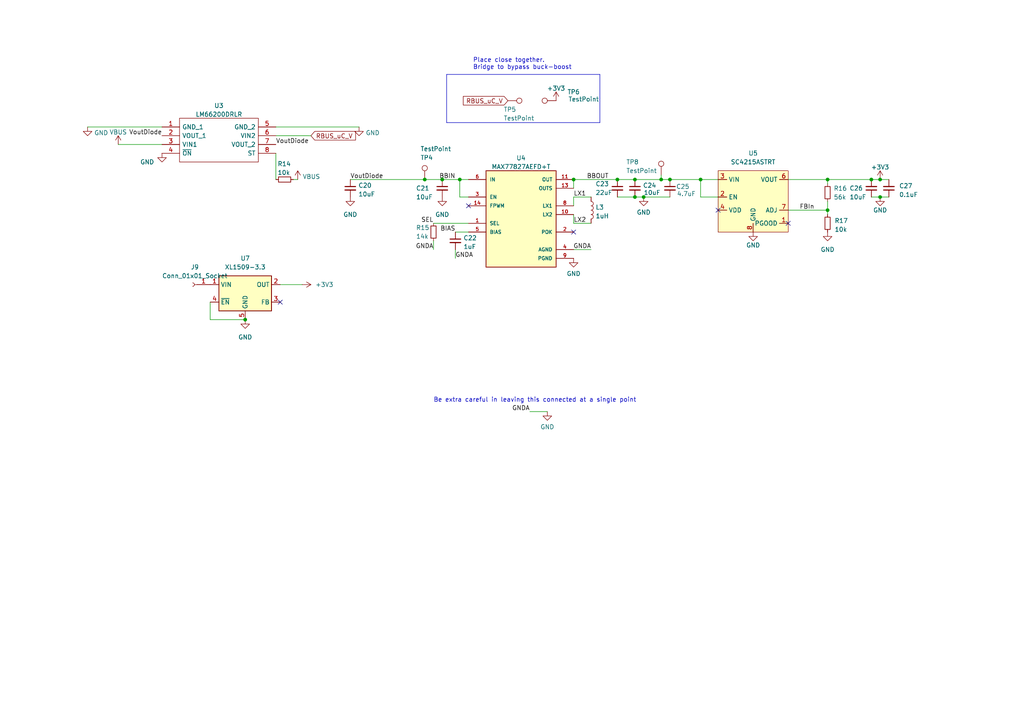
<source format=kicad_sch>
(kicad_sch
	(version 20231120)
	(generator "eeschema")
	(generator_version "8.0")
	(uuid "e9284afa-e324-4762-b662-a428eebcb5c2")
	(paper "A4")
	(lib_symbols
		(symbol "Connector:Conn_01x01_Socket"
			(pin_names
				(offset 1.016) hide)
			(exclude_from_sim no)
			(in_bom yes)
			(on_board yes)
			(property "Reference" "J"
				(at 0 2.54 0)
				(effects
					(font
						(size 1.27 1.27)
					)
				)
			)
			(property "Value" "Conn_01x01_Socket"
				(at 0 -2.54 0)
				(effects
					(font
						(size 1.27 1.27)
					)
				)
			)
			(property "Footprint" ""
				(at 0 0 0)
				(effects
					(font
						(size 1.27 1.27)
					)
					(hide yes)
				)
			)
			(property "Datasheet" "~"
				(at 0 0 0)
				(effects
					(font
						(size 1.27 1.27)
					)
					(hide yes)
				)
			)
			(property "Description" "Generic connector, single row, 01x01, script generated"
				(at 0 0 0)
				(effects
					(font
						(size 1.27 1.27)
					)
					(hide yes)
				)
			)
			(property "ki_locked" ""
				(at 0 0 0)
				(effects
					(font
						(size 1.27 1.27)
					)
				)
			)
			(property "ki_keywords" "connector"
				(at 0 0 0)
				(effects
					(font
						(size 1.27 1.27)
					)
					(hide yes)
				)
			)
			(property "ki_fp_filters" "Connector*:*_1x??_*"
				(at 0 0 0)
				(effects
					(font
						(size 1.27 1.27)
					)
					(hide yes)
				)
			)
			(symbol "Conn_01x01_Socket_1_1"
				(polyline
					(pts
						(xy -1.27 0) (xy -0.508 0)
					)
					(stroke
						(width 0.1524)
						(type default)
					)
					(fill
						(type none)
					)
				)
				(arc
					(start 0 0.508)
					(mid -0.5058 0)
					(end 0 -0.508)
					(stroke
						(width 0.1524)
						(type default)
					)
					(fill
						(type none)
					)
				)
				(pin passive line
					(at -5.08 0 0)
					(length 3.81)
					(name "Pin_1"
						(effects
							(font
								(size 1.27 1.27)
							)
						)
					)
					(number "1"
						(effects
							(font
								(size 1.27 1.27)
							)
						)
					)
				)
			)
		)
		(symbol "Connector:TestPoint"
			(pin_numbers hide)
			(pin_names
				(offset 0.762) hide)
			(exclude_from_sim no)
			(in_bom yes)
			(on_board yes)
			(property "Reference" "TP"
				(at 0 6.858 0)
				(effects
					(font
						(size 1.27 1.27)
					)
				)
			)
			(property "Value" "TestPoint"
				(at 0 5.08 0)
				(effects
					(font
						(size 1.27 1.27)
					)
				)
			)
			(property "Footprint" ""
				(at 5.08 0 0)
				(effects
					(font
						(size 1.27 1.27)
					)
					(hide yes)
				)
			)
			(property "Datasheet" "~"
				(at 5.08 0 0)
				(effects
					(font
						(size 1.27 1.27)
					)
					(hide yes)
				)
			)
			(property "Description" "test point"
				(at 0 0 0)
				(effects
					(font
						(size 1.27 1.27)
					)
					(hide yes)
				)
			)
			(property "ki_keywords" "test point tp"
				(at 0 0 0)
				(effects
					(font
						(size 1.27 1.27)
					)
					(hide yes)
				)
			)
			(property "ki_fp_filters" "Pin* Test*"
				(at 0 0 0)
				(effects
					(font
						(size 1.27 1.27)
					)
					(hide yes)
				)
			)
			(symbol "TestPoint_0_1"
				(circle
					(center 0 3.302)
					(radius 0.762)
					(stroke
						(width 0)
						(type default)
					)
					(fill
						(type none)
					)
				)
			)
			(symbol "TestPoint_1_1"
				(pin passive line
					(at 0 0 90)
					(length 2.54)
					(name "1"
						(effects
							(font
								(size 1.27 1.27)
							)
						)
					)
					(number "1"
						(effects
							(font
								(size 1.27 1.27)
							)
						)
					)
				)
			)
		)
		(symbol "Device:C_Small"
			(pin_numbers hide)
			(pin_names
				(offset 0.254) hide)
			(exclude_from_sim no)
			(in_bom yes)
			(on_board yes)
			(property "Reference" "C"
				(at 0.254 1.778 0)
				(effects
					(font
						(size 1.27 1.27)
					)
					(justify left)
				)
			)
			(property "Value" "C_Small"
				(at 0.254 -2.032 0)
				(effects
					(font
						(size 1.27 1.27)
					)
					(justify left)
				)
			)
			(property "Footprint" ""
				(at 0 0 0)
				(effects
					(font
						(size 1.27 1.27)
					)
					(hide yes)
				)
			)
			(property "Datasheet" "~"
				(at 0 0 0)
				(effects
					(font
						(size 1.27 1.27)
					)
					(hide yes)
				)
			)
			(property "Description" "Unpolarized capacitor, small symbol"
				(at 0 0 0)
				(effects
					(font
						(size 1.27 1.27)
					)
					(hide yes)
				)
			)
			(property "ki_keywords" "capacitor cap"
				(at 0 0 0)
				(effects
					(font
						(size 1.27 1.27)
					)
					(hide yes)
				)
			)
			(property "ki_fp_filters" "C_*"
				(at 0 0 0)
				(effects
					(font
						(size 1.27 1.27)
					)
					(hide yes)
				)
			)
			(symbol "C_Small_0_1"
				(polyline
					(pts
						(xy -1.524 -0.508) (xy 1.524 -0.508)
					)
					(stroke
						(width 0.3302)
						(type default)
					)
					(fill
						(type none)
					)
				)
				(polyline
					(pts
						(xy -1.524 0.508) (xy 1.524 0.508)
					)
					(stroke
						(width 0.3048)
						(type default)
					)
					(fill
						(type none)
					)
				)
			)
			(symbol "C_Small_1_1"
				(pin passive line
					(at 0 2.54 270)
					(length 2.032)
					(name "~"
						(effects
							(font
								(size 1.27 1.27)
							)
						)
					)
					(number "1"
						(effects
							(font
								(size 1.27 1.27)
							)
						)
					)
				)
				(pin passive line
					(at 0 -2.54 90)
					(length 2.032)
					(name "~"
						(effects
							(font
								(size 1.27 1.27)
							)
						)
					)
					(number "2"
						(effects
							(font
								(size 1.27 1.27)
							)
						)
					)
				)
			)
		)
		(symbol "Device:L"
			(pin_numbers hide)
			(pin_names
				(offset 1.016) hide)
			(exclude_from_sim no)
			(in_bom yes)
			(on_board yes)
			(property "Reference" "L"
				(at -1.27 0 90)
				(effects
					(font
						(size 1.27 1.27)
					)
				)
			)
			(property "Value" "L"
				(at 1.905 0 90)
				(effects
					(font
						(size 1.27 1.27)
					)
				)
			)
			(property "Footprint" ""
				(at 0 0 0)
				(effects
					(font
						(size 1.27 1.27)
					)
					(hide yes)
				)
			)
			(property "Datasheet" "~"
				(at 0 0 0)
				(effects
					(font
						(size 1.27 1.27)
					)
					(hide yes)
				)
			)
			(property "Description" "Inductor"
				(at 0 0 0)
				(effects
					(font
						(size 1.27 1.27)
					)
					(hide yes)
				)
			)
			(property "ki_keywords" "inductor choke coil reactor magnetic"
				(at 0 0 0)
				(effects
					(font
						(size 1.27 1.27)
					)
					(hide yes)
				)
			)
			(property "ki_fp_filters" "Choke_* *Coil* Inductor_* L_*"
				(at 0 0 0)
				(effects
					(font
						(size 1.27 1.27)
					)
					(hide yes)
				)
			)
			(symbol "L_0_1"
				(arc
					(start 0 -2.54)
					(mid 0.6323 -1.905)
					(end 0 -1.27)
					(stroke
						(width 0)
						(type default)
					)
					(fill
						(type none)
					)
				)
				(arc
					(start 0 -1.27)
					(mid 0.6323 -0.635)
					(end 0 0)
					(stroke
						(width 0)
						(type default)
					)
					(fill
						(type none)
					)
				)
				(arc
					(start 0 0)
					(mid 0.6323 0.635)
					(end 0 1.27)
					(stroke
						(width 0)
						(type default)
					)
					(fill
						(type none)
					)
				)
				(arc
					(start 0 1.27)
					(mid 0.6323 1.905)
					(end 0 2.54)
					(stroke
						(width 0)
						(type default)
					)
					(fill
						(type none)
					)
				)
			)
			(symbol "L_1_1"
				(pin passive line
					(at 0 3.81 270)
					(length 1.27)
					(name "1"
						(effects
							(font
								(size 1.27 1.27)
							)
						)
					)
					(number "1"
						(effects
							(font
								(size 1.27 1.27)
							)
						)
					)
				)
				(pin passive line
					(at 0 -3.81 90)
					(length 1.27)
					(name "2"
						(effects
							(font
								(size 1.27 1.27)
							)
						)
					)
					(number "2"
						(effects
							(font
								(size 1.27 1.27)
							)
						)
					)
				)
			)
		)
		(symbol "Device:R_Small"
			(pin_numbers hide)
			(pin_names
				(offset 0.254) hide)
			(exclude_from_sim no)
			(in_bom yes)
			(on_board yes)
			(property "Reference" "R"
				(at 0.762 0.508 0)
				(effects
					(font
						(size 1.27 1.27)
					)
					(justify left)
				)
			)
			(property "Value" "R_Small"
				(at 0.762 -1.016 0)
				(effects
					(font
						(size 1.27 1.27)
					)
					(justify left)
				)
			)
			(property "Footprint" ""
				(at 0 0 0)
				(effects
					(font
						(size 1.27 1.27)
					)
					(hide yes)
				)
			)
			(property "Datasheet" "~"
				(at 0 0 0)
				(effects
					(font
						(size 1.27 1.27)
					)
					(hide yes)
				)
			)
			(property "Description" "Resistor, small symbol"
				(at 0 0 0)
				(effects
					(font
						(size 1.27 1.27)
					)
					(hide yes)
				)
			)
			(property "ki_keywords" "R resistor"
				(at 0 0 0)
				(effects
					(font
						(size 1.27 1.27)
					)
					(hide yes)
				)
			)
			(property "ki_fp_filters" "R_*"
				(at 0 0 0)
				(effects
					(font
						(size 1.27 1.27)
					)
					(hide yes)
				)
			)
			(symbol "R_Small_0_1"
				(rectangle
					(start -0.762 1.778)
					(end 0.762 -1.778)
					(stroke
						(width 0.2032)
						(type default)
					)
					(fill
						(type none)
					)
				)
			)
			(symbol "R_Small_1_1"
				(pin passive line
					(at 0 2.54 270)
					(length 0.762)
					(name "~"
						(effects
							(font
								(size 1.27 1.27)
							)
						)
					)
					(number "1"
						(effects
							(font
								(size 1.27 1.27)
							)
						)
					)
				)
				(pin passive line
					(at 0 -2.54 90)
					(length 0.762)
					(name "~"
						(effects
							(font
								(size 1.27 1.27)
							)
						)
					)
					(number "2"
						(effects
							(font
								(size 1.27 1.27)
							)
						)
					)
				)
			)
		)
		(symbol "GND_1"
			(power)
			(pin_numbers hide)
			(pin_names
				(offset 0) hide)
			(exclude_from_sim no)
			(in_bom yes)
			(on_board yes)
			(property "Reference" "#PWR"
				(at 0 -6.35 0)
				(effects
					(font
						(size 1.27 1.27)
					)
					(hide yes)
				)
			)
			(property "Value" "GND"
				(at 0 -3.81 0)
				(effects
					(font
						(size 1.27 1.27)
					)
				)
			)
			(property "Footprint" ""
				(at 0 0 0)
				(effects
					(font
						(size 1.27 1.27)
					)
					(hide yes)
				)
			)
			(property "Datasheet" ""
				(at 0 0 0)
				(effects
					(font
						(size 1.27 1.27)
					)
					(hide yes)
				)
			)
			(property "Description" "Power symbol creates a global label with name \"GND\" , ground"
				(at 0 0 0)
				(effects
					(font
						(size 1.27 1.27)
					)
					(hide yes)
				)
			)
			(property "ki_keywords" "global power"
				(at 0 0 0)
				(effects
					(font
						(size 1.27 1.27)
					)
					(hide yes)
				)
			)
			(symbol "GND_1_0_1"
				(polyline
					(pts
						(xy 0 0) (xy 0 -1.27) (xy 1.27 -1.27) (xy 0 -2.54) (xy -1.27 -1.27) (xy 0 -1.27)
					)
					(stroke
						(width 0)
						(type default)
					)
					(fill
						(type none)
					)
				)
			)
			(symbol "GND_1_1_1"
				(pin power_in line
					(at 0 0 270)
					(length 0)
					(name "~"
						(effects
							(font
								(size 1.27 1.27)
							)
						)
					)
					(number "1"
						(effects
							(font
								(size 1.27 1.27)
							)
						)
					)
				)
			)
		)
		(symbol "Regulator_Switching:XL1509-3.3"
			(exclude_from_sim no)
			(in_bom yes)
			(on_board yes)
			(property "Reference" "U"
				(at -7.112 6.096 0)
				(effects
					(font
						(size 1.27 1.27)
					)
				)
			)
			(property "Value" "XL1509-3.3"
				(at 5.842 6.096 0)
				(effects
					(font
						(size 1.27 1.27)
					)
				)
			)
			(property "Footprint" "Package_SO:SOIC-8_3.9x4.9mm_P1.27mm"
				(at 0 8.382 0)
				(effects
					(font
						(size 1.27 1.27)
					)
					(hide yes)
				)
			)
			(property "Datasheet" "https://datasheet.lcsc.com/lcsc/1809050422_XLSEMI-XL1509-5-0E1_C61063.pdf"
				(at 2.54 10.668 0)
				(effects
					(font
						(size 1.27 1.27)
					)
					(hide yes)
				)
			)
			(property "Description" "Buck DC/DC Converter, 2A, 3.3V Output Voltage, 4.5-40V Input Voltage"
				(at 0 0 0)
				(effects
					(font
						(size 1.27 1.27)
					)
					(hide yes)
				)
			)
			(property "ki_keywords" "Buck DC/DC converter"
				(at 0 0 0)
				(effects
					(font
						(size 1.27 1.27)
					)
					(hide yes)
				)
			)
			(property "ki_fp_filters" "SOIC*3.9x4.9mm*P1.27mm*"
				(at 0 0 0)
				(effects
					(font
						(size 1.27 1.27)
					)
					(hide yes)
				)
			)
			(symbol "XL1509-3.3_0_1"
				(rectangle
					(start -7.62 5.08)
					(end 7.62 -5.08)
					(stroke
						(width 0.254)
						(type default)
					)
					(fill
						(type background)
					)
				)
			)
			(symbol "XL1509-3.3_1_1"
				(pin power_in line
					(at -10.16 2.54 0)
					(length 2.54)
					(name "VIN"
						(effects
							(font
								(size 1.27 1.27)
							)
						)
					)
					(number "1"
						(effects
							(font
								(size 1.27 1.27)
							)
						)
					)
				)
				(pin power_out line
					(at 10.16 2.54 180)
					(length 2.54)
					(name "OUT"
						(effects
							(font
								(size 1.27 1.27)
							)
						)
					)
					(number "2"
						(effects
							(font
								(size 1.27 1.27)
							)
						)
					)
				)
				(pin input line
					(at 10.16 -2.54 180)
					(length 2.54)
					(name "FB"
						(effects
							(font
								(size 1.27 1.27)
							)
						)
					)
					(number "3"
						(effects
							(font
								(size 1.27 1.27)
							)
						)
					)
				)
				(pin input line
					(at -10.16 -2.54 0)
					(length 2.54)
					(name "~{EN}"
						(effects
							(font
								(size 1.27 1.27)
							)
						)
					)
					(number "4"
						(effects
							(font
								(size 1.27 1.27)
							)
						)
					)
				)
				(pin power_in line
					(at 0 -7.62 90)
					(length 2.54)
					(name "GND"
						(effects
							(font
								(size 1.27 1.27)
							)
						)
					)
					(number "5"
						(effects
							(font
								(size 1.27 1.27)
							)
						)
					)
				)
				(pin passive line
					(at 0 -7.62 90)
					(length 2.54) hide
					(name "GND"
						(effects
							(font
								(size 1.27 1.27)
							)
						)
					)
					(number "6"
						(effects
							(font
								(size 1.27 1.27)
							)
						)
					)
				)
				(pin passive line
					(at 0 -7.62 90)
					(length 2.54) hide
					(name "GND"
						(effects
							(font
								(size 1.27 1.27)
							)
						)
					)
					(number "7"
						(effects
							(font
								(size 1.27 1.27)
							)
						)
					)
				)
				(pin passive line
					(at 0 -7.62 90)
					(length 2.54) hide
					(name "GND"
						(effects
							(font
								(size 1.27 1.27)
							)
						)
					)
					(number "8"
						(effects
							(font
								(size 1.27 1.27)
							)
						)
					)
				)
			)
		)
		(symbol "iclr:LM66200DRLR"
			(pin_names
				(offset 0.762)
			)
			(exclude_from_sim no)
			(in_bom yes)
			(on_board yes)
			(property "Reference" "U"
				(at 29.21 7.62 0)
				(effects
					(font
						(size 1.27 1.27)
					)
					(justify left)
				)
			)
			(property "Value" "LM66200DRLR"
				(at 29.21 5.08 0)
				(effects
					(font
						(size 1.27 1.27)
					)
					(justify left)
				)
			)
			(property "Footprint" "SOTFL50P160X60-8N"
				(at 29.21 2.54 0)
				(effects
					(font
						(size 1.27 1.27)
					)
					(justify left)
					(hide yes)
				)
			)
			(property "Datasheet" "https://www.ti.com/lit/gpn/lm66200"
				(at 29.21 0 0)
				(effects
					(font
						(size 1.27 1.27)
					)
					(justify left)
					(hide yes)
				)
			)
			(property "Description" "1.6-V to 5.5-V, 40-m, 2.5-A, low-IQ, dual ideal diode"
				(at 29.21 -2.54 0)
				(effects
					(font
						(size 1.27 1.27)
					)
					(justify left)
					(hide yes)
				)
			)
			(property "Height" "0.6"
				(at 29.21 -5.08 0)
				(effects
					(font
						(size 1.27 1.27)
					)
					(justify left)
					(hide yes)
				)
			)
			(property "Manufacturer_Name" "Texas Instruments"
				(at 29.21 -7.62 0)
				(effects
					(font
						(size 1.27 1.27)
					)
					(justify left)
					(hide yes)
				)
			)
			(property "Manufacturer_Part_Number" "LM66200DRLR"
				(at 29.21 -10.16 0)
				(effects
					(font
						(size 1.27 1.27)
					)
					(justify left)
					(hide yes)
				)
			)
			(property "Mouser Part Number" "595-LM66200DRLR"
				(at 29.21 -12.7 0)
				(effects
					(font
						(size 1.27 1.27)
					)
					(justify left)
					(hide yes)
				)
			)
			(property "Mouser Price/Stock" "https://www.mouser.co.uk/ProductDetail/Texas-Instruments/LM66200DRLR?qs=Rp5uXu7WBW90hnpZAkIOdQ%3D%3D"
				(at 29.21 -15.24 0)
				(effects
					(font
						(size 1.27 1.27)
					)
					(justify left)
					(hide yes)
				)
			)
			(property "Arrow Part Number" "LM66200DRLR"
				(at 29.21 -17.78 0)
				(effects
					(font
						(size 1.27 1.27)
					)
					(justify left)
					(hide yes)
				)
			)
			(property "Arrow Price/Stock" "https://www.arrow.com/en/products/lm66200drlr/texas-instruments?region=nac"
				(at 29.21 -20.32 0)
				(effects
					(font
						(size 1.27 1.27)
					)
					(justify left)
					(hide yes)
				)
			)
			(property "Mouser Testing Part Number" ""
				(at 29.21 -22.86 0)
				(effects
					(font
						(size 1.27 1.27)
					)
					(justify left)
					(hide yes)
				)
			)
			(property "Mouser Testing Price/Stock" ""
				(at 29.21 -25.4 0)
				(effects
					(font
						(size 1.27 1.27)
					)
					(justify left)
					(hide yes)
				)
			)
			(symbol "LM66200DRLR_0_0"
				(pin passive line
					(at 0 0 0)
					(length 5.08)
					(name "GND_1"
						(effects
							(font
								(size 1.27 1.27)
							)
						)
					)
					(number "1"
						(effects
							(font
								(size 1.27 1.27)
							)
						)
					)
				)
				(pin passive line
					(at 0 -2.54 0)
					(length 5.08)
					(name "VOUT_1"
						(effects
							(font
								(size 1.27 1.27)
							)
						)
					)
					(number "2"
						(effects
							(font
								(size 1.27 1.27)
							)
						)
					)
				)
				(pin passive line
					(at 0 -5.08 0)
					(length 5.08)
					(name "VIN1"
						(effects
							(font
								(size 1.27 1.27)
							)
						)
					)
					(number "3"
						(effects
							(font
								(size 1.27 1.27)
							)
						)
					)
				)
				(pin passive line
					(at 0 -7.62 0)
					(length 5.08)
					(name "~{ON}"
						(effects
							(font
								(size 1.27 1.27)
							)
						)
					)
					(number "4"
						(effects
							(font
								(size 1.27 1.27)
							)
						)
					)
				)
				(pin passive line
					(at 33.02 0 180)
					(length 5.08)
					(name "GND_2"
						(effects
							(font
								(size 1.27 1.27)
							)
						)
					)
					(number "5"
						(effects
							(font
								(size 1.27 1.27)
							)
						)
					)
				)
				(pin passive line
					(at 33.02 -2.54 180)
					(length 5.08)
					(name "VIN2"
						(effects
							(font
								(size 1.27 1.27)
							)
						)
					)
					(number "6"
						(effects
							(font
								(size 1.27 1.27)
							)
						)
					)
				)
				(pin passive line
					(at 33.02 -5.08 180)
					(length 5.08)
					(name "VOUT_2"
						(effects
							(font
								(size 1.27 1.27)
							)
						)
					)
					(number "7"
						(effects
							(font
								(size 1.27 1.27)
							)
						)
					)
				)
				(pin passive line
					(at 33.02 -7.62 180)
					(length 5.08)
					(name "ST"
						(effects
							(font
								(size 1.27 1.27)
							)
						)
					)
					(number "8"
						(effects
							(font
								(size 1.27 1.27)
							)
						)
					)
				)
			)
			(symbol "LM66200DRLR_0_1"
				(polyline
					(pts
						(xy 5.08 2.54) (xy 27.94 2.54) (xy 27.94 -10.16) (xy 5.08 -10.16) (xy 5.08 2.54)
					)
					(stroke
						(width 0.1524)
						(type default)
					)
					(fill
						(type none)
					)
				)
			)
		)
		(symbol "iclr:MAX77827AEFD+T"
			(pin_names
				(offset 1.016)
			)
			(exclude_from_sim no)
			(in_bom yes)
			(on_board yes)
			(property "Reference" "U?"
				(at -10.16 13.208 0)
				(effects
					(font
						(size 1.27 1.27)
					)
					(justify left bottom)
				)
			)
			(property "Value" "MAX77827AEFD+T"
				(at -10.16 -17.78 0)
				(effects
					(font
						(size 1.27 1.27)
					)
					(justify left bottom)
				)
			)
			(property "Footprint" "CONV_MAX77827AEFD+T"
				(at -6.35 19.05 0)
				(effects
					(font
						(size 1.27 1.27)
					)
					(justify left bottom)
					(hide yes)
				)
			)
			(property "Datasheet" ""
				(at 0 0 0)
				(effects
					(font
						(size 1.27 1.27)
					)
					(justify left bottom)
					(hide yes)
				)
			)
			(property "Description" ""
				(at 0 0 0)
				(effects
					(font
						(size 1.27 1.27)
					)
					(hide yes)
				)
			)
			(property "MANUFACTURER" "Maxim Integrated"
				(at -2.54 16.51 0)
				(effects
					(font
						(size 1.27 1.27)
					)
					(justify left bottom)
					(hide yes)
				)
			)
			(property "MAXIMUM_PACKAGE_HEIGHT" "0.6mm"
				(at 1.27 13.97 0)
				(effects
					(font
						(size 1.27 1.27)
					)
					(justify left bottom)
					(hide yes)
				)
			)
			(property "PARTREV" "B"
				(at 0 15.24 0)
				(effects
					(font
						(size 1.27 1.27)
					)
					(justify left bottom)
					(hide yes)
				)
			)
			(property "STANDARD" "Manufacturer Recommended"
				(at -6.35 19.05 0)
				(effects
					(font
						(size 1.27 1.27)
					)
					(justify left bottom)
					(hide yes)
				)
			)
			(property "ki_locked" ""
				(at 0 0 0)
				(effects
					(font
						(size 1.27 1.27)
					)
				)
			)
			(symbol "MAX77827AEFD+T_0_0"
				(rectangle
					(start -10.16 -15.24)
					(end 10.16 12.7)
					(stroke
						(width 0.254)
						(type default)
					)
					(fill
						(type background)
					)
				)
				(pin passive line
					(at -15.24 -2.54 0)
					(length 5.08)
					(name "SEL"
						(effects
							(font
								(size 1.016 1.016)
							)
						)
					)
					(number "1"
						(effects
							(font
								(size 1.016 1.016)
							)
						)
					)
				)
				(pin passive line
					(at 15.24 0 180)
					(length 5.08)
					(name "LX2"
						(effects
							(font
								(size 1.016 1.016)
							)
						)
					)
					(number "10"
						(effects
							(font
								(size 1.016 1.016)
							)
						)
					)
				)
				(pin output line
					(at 15.24 10.16 180)
					(length 5.08)
					(name "OUT"
						(effects
							(font
								(size 1.016 1.016)
							)
						)
					)
					(number "11"
						(effects
							(font
								(size 1.016 1.016)
							)
						)
					)
				)
				(pin input line
					(at 15.24 7.62 180)
					(length 5.08)
					(name "OUTS"
						(effects
							(font
								(size 1.016 1.016)
							)
						)
					)
					(number "13"
						(effects
							(font
								(size 1.016 1.016)
							)
						)
					)
				)
				(pin input line
					(at -15.24 2.54 0)
					(length 5.08)
					(name "FPWM"
						(effects
							(font
								(size 1.016 1.016)
							)
						)
					)
					(number "14"
						(effects
							(font
								(size 1.016 1.016)
							)
						)
					)
				)
				(pin output line
					(at 15.24 -5.08 180)
					(length 5.08)
					(name "POK"
						(effects
							(font
								(size 1.016 1.016)
							)
						)
					)
					(number "2"
						(effects
							(font
								(size 1.016 1.016)
							)
						)
					)
				)
				(pin input line
					(at -15.24 5.08 0)
					(length 5.08)
					(name "EN"
						(effects
							(font
								(size 1.016 1.016)
							)
						)
					)
					(number "3"
						(effects
							(font
								(size 1.016 1.016)
							)
						)
					)
				)
				(pin power_in line
					(at 15.24 -10.16 180)
					(length 5.08)
					(name "AGND"
						(effects
							(font
								(size 1.016 1.016)
							)
						)
					)
					(number "4"
						(effects
							(font
								(size 1.016 1.016)
							)
						)
					)
				)
				(pin passive line
					(at -15.24 -5.08 0)
					(length 5.08)
					(name "BIAS"
						(effects
							(font
								(size 1.016 1.016)
							)
						)
					)
					(number "5"
						(effects
							(font
								(size 1.016 1.016)
							)
						)
					)
				)
				(pin input line
					(at -15.24 10.16 0)
					(length 5.08)
					(name "IN"
						(effects
							(font
								(size 1.016 1.016)
							)
						)
					)
					(number "6"
						(effects
							(font
								(size 1.016 1.016)
							)
						)
					)
				)
				(pin passive line
					(at 15.24 2.54 180)
					(length 5.08)
					(name "LX1"
						(effects
							(font
								(size 1.016 1.016)
							)
						)
					)
					(number "8"
						(effects
							(font
								(size 1.016 1.016)
							)
						)
					)
				)
				(pin power_in line
					(at 15.24 -12.7 180)
					(length 5.08)
					(name "PGND"
						(effects
							(font
								(size 1.016 1.016)
							)
						)
					)
					(number "9"
						(effects
							(font
								(size 1.016 1.016)
							)
						)
					)
				)
			)
		)
		(symbol "iclr:SC4215ASTRT"
			(exclude_from_sim no)
			(in_bom yes)
			(on_board yes)
			(property "Reference" "U5"
				(at 0 4.8428 0)
				(effects
					(font
						(size 1.27 1.27)
					)
				)
			)
			(property "Value" "SC4215"
				(at 0 2.3059 0)
				(effects
					(font
						(size 1.27 1.27)
					)
				)
			)
			(property "Footprint" "iclr:SOIC127P599X175-9N"
				(at 0 7.366 0)
				(effects
					(font
						(size 1.27 1.27)
					)
					(hide yes)
				)
			)
			(property "Datasheet" ""
				(at 0 5.08 0)
				(effects
					(font
						(size 1.27 1.27)
					)
					(hide yes)
				)
			)
			(property "Description" ""
				(at 0 0 0)
				(effects
					(font
						(size 1.27 1.27)
					)
					(hide yes)
				)
			)
			(symbol "SC4215ASTRT_1_1"
				(rectangle
					(start -10.16 1.27)
					(end 10.16 -16.51)
					(stroke
						(width 0)
						(type default)
					)
					(fill
						(type background)
					)
				)
				(pin output line
					(at 10.16 -13.97 180)
					(length 2.54)
					(name "PGOOD"
						(effects
							(font
								(size 1.27 1.27)
							)
						)
					)
					(number "1"
						(effects
							(font
								(size 1.27 1.27)
							)
						)
					)
				)
				(pin input line
					(at -10.16 -6.35 0)
					(length 2.54)
					(name "EN"
						(effects
							(font
								(size 1.27 1.27)
							)
						)
					)
					(number "2"
						(effects
							(font
								(size 1.27 1.27)
							)
						)
					)
				)
				(pin power_in line
					(at -10.16 -1.27 0)
					(length 2.54)
					(name "VIN"
						(effects
							(font
								(size 1.27 1.27)
							)
						)
					)
					(number "3"
						(effects
							(font
								(size 1.27 1.27)
							)
						)
					)
				)
				(pin input line
					(at -10.16 -10.16 0)
					(length 2.54)
					(name "VDD"
						(effects
							(font
								(size 1.27 1.27)
							)
						)
					)
					(number "4"
						(effects
							(font
								(size 1.27 1.27)
							)
						)
					)
				)
				(pin no_connect line
					(at -10.16 -15.24 0)
					(length 2.54) hide
					(name "NC"
						(effects
							(font
								(size 1.27 1.27)
							)
						)
					)
					(number "5"
						(effects
							(font
								(size 1.27 1.27)
							)
						)
					)
				)
				(pin power_out line
					(at 10.16 -1.27 180)
					(length 2.54)
					(name "VOUT"
						(effects
							(font
								(size 1.27 1.27)
							)
						)
					)
					(number "6"
						(effects
							(font
								(size 1.27 1.27)
							)
						)
					)
				)
				(pin input line
					(at 10.16 -10.16 180)
					(length 2.54)
					(name "ADJ"
						(effects
							(font
								(size 1.27 1.27)
							)
						)
					)
					(number "7"
						(effects
							(font
								(size 1.27 1.27)
							)
						)
					)
				)
				(pin power_out line
					(at 0 -16.51 90)
					(length 2.54)
					(name "GND"
						(effects
							(font
								(size 1.27 1.27)
							)
						)
					)
					(number "8"
						(effects
							(font
								(size 1.27 1.27)
							)
						)
					)
				)
				(pin power_out line
					(at 0 -16.51 90)
					(length 2.54) hide
					(name "GND"
						(effects
							(font
								(size 1.27 1.27)
							)
						)
					)
					(number "9"
						(effects
							(font
								(size 1.27 1.27)
							)
						)
					)
				)
			)
		)
		(symbol "power:+3.3V"
			(power)
			(pin_names
				(offset 0)
			)
			(exclude_from_sim no)
			(in_bom yes)
			(on_board yes)
			(property "Reference" "#PWR"
				(at 0 -3.81 0)
				(effects
					(font
						(size 1.27 1.27)
					)
					(hide yes)
				)
			)
			(property "Value" "+3.3V"
				(at 0 3.556 0)
				(effects
					(font
						(size 1.27 1.27)
					)
				)
			)
			(property "Footprint" ""
				(at 0 0 0)
				(effects
					(font
						(size 1.27 1.27)
					)
					(hide yes)
				)
			)
			(property "Datasheet" ""
				(at 0 0 0)
				(effects
					(font
						(size 1.27 1.27)
					)
					(hide yes)
				)
			)
			(property "Description" "Power symbol creates a global label with name \"+3.3V\""
				(at 0 0 0)
				(effects
					(font
						(size 1.27 1.27)
					)
					(hide yes)
				)
			)
			(property "ki_keywords" "power-flag"
				(at 0 0 0)
				(effects
					(font
						(size 1.27 1.27)
					)
					(hide yes)
				)
			)
			(symbol "+3.3V_0_1"
				(polyline
					(pts
						(xy -0.762 1.27) (xy 0 2.54)
					)
					(stroke
						(width 0)
						(type default)
					)
					(fill
						(type none)
					)
				)
				(polyline
					(pts
						(xy 0 0) (xy 0 2.54)
					)
					(stroke
						(width 0)
						(type default)
					)
					(fill
						(type none)
					)
				)
				(polyline
					(pts
						(xy 0 2.54) (xy 0.762 1.27)
					)
					(stroke
						(width 0)
						(type default)
					)
					(fill
						(type none)
					)
				)
			)
			(symbol "+3.3V_1_1"
				(pin power_in line
					(at 0 0 90)
					(length 0) hide
					(name "+3V3"
						(effects
							(font
								(size 1.27 1.27)
							)
						)
					)
					(number "1"
						(effects
							(font
								(size 1.27 1.27)
							)
						)
					)
				)
			)
		)
		(symbol "power:+3V3"
			(power)
			(pin_numbers hide)
			(pin_names
				(offset 0) hide)
			(exclude_from_sim no)
			(in_bom yes)
			(on_board yes)
			(property "Reference" "#PWR"
				(at 0 -3.81 0)
				(effects
					(font
						(size 1.27 1.27)
					)
					(hide yes)
				)
			)
			(property "Value" "+3V3"
				(at 0 3.556 0)
				(effects
					(font
						(size 1.27 1.27)
					)
				)
			)
			(property "Footprint" ""
				(at 0 0 0)
				(effects
					(font
						(size 1.27 1.27)
					)
					(hide yes)
				)
			)
			(property "Datasheet" ""
				(at 0 0 0)
				(effects
					(font
						(size 1.27 1.27)
					)
					(hide yes)
				)
			)
			(property "Description" "Power symbol creates a global label with name \"+3V3\""
				(at 0 0 0)
				(effects
					(font
						(size 1.27 1.27)
					)
					(hide yes)
				)
			)
			(property "ki_keywords" "global power"
				(at 0 0 0)
				(effects
					(font
						(size 1.27 1.27)
					)
					(hide yes)
				)
			)
			(symbol "+3V3_0_1"
				(polyline
					(pts
						(xy -0.762 1.27) (xy 0 2.54)
					)
					(stroke
						(width 0)
						(type default)
					)
					(fill
						(type none)
					)
				)
				(polyline
					(pts
						(xy 0 0) (xy 0 2.54)
					)
					(stroke
						(width 0)
						(type default)
					)
					(fill
						(type none)
					)
				)
				(polyline
					(pts
						(xy 0 2.54) (xy 0.762 1.27)
					)
					(stroke
						(width 0)
						(type default)
					)
					(fill
						(type none)
					)
				)
			)
			(symbol "+3V3_1_1"
				(pin power_in line
					(at 0 0 90)
					(length 0)
					(name "~"
						(effects
							(font
								(size 1.27 1.27)
							)
						)
					)
					(number "1"
						(effects
							(font
								(size 1.27 1.27)
							)
						)
					)
				)
			)
		)
		(symbol "power:GND"
			(power)
			(pin_names
				(offset 0)
			)
			(exclude_from_sim no)
			(in_bom yes)
			(on_board yes)
			(property "Reference" "#PWR"
				(at 0 -6.35 0)
				(effects
					(font
						(size 1.27 1.27)
					)
					(hide yes)
				)
			)
			(property "Value" "GND"
				(at 0 -3.81 0)
				(effects
					(font
						(size 1.27 1.27)
					)
				)
			)
			(property "Footprint" ""
				(at 0 0 0)
				(effects
					(font
						(size 1.27 1.27)
					)
					(hide yes)
				)
			)
			(property "Datasheet" ""
				(at 0 0 0)
				(effects
					(font
						(size 1.27 1.27)
					)
					(hide yes)
				)
			)
			(property "Description" "Power symbol creates a global label with name \"GND\" , ground"
				(at 0 0 0)
				(effects
					(font
						(size 1.27 1.27)
					)
					(hide yes)
				)
			)
			(property "ki_keywords" "power-flag"
				(at 0 0 0)
				(effects
					(font
						(size 1.27 1.27)
					)
					(hide yes)
				)
			)
			(symbol "GND_0_1"
				(polyline
					(pts
						(xy 0 0) (xy 0 -1.27) (xy 1.27 -1.27) (xy 0 -2.54) (xy -1.27 -1.27) (xy 0 -1.27)
					)
					(stroke
						(width 0)
						(type default)
					)
					(fill
						(type none)
					)
				)
			)
			(symbol "GND_1_1"
				(pin power_in line
					(at 0 0 270)
					(length 0) hide
					(name "GND"
						(effects
							(font
								(size 1.27 1.27)
							)
						)
					)
					(number "1"
						(effects
							(font
								(size 1.27 1.27)
							)
						)
					)
				)
			)
		)
		(symbol "power:VBUS"
			(power)
			(pin_names
				(offset 0)
			)
			(exclude_from_sim no)
			(in_bom yes)
			(on_board yes)
			(property "Reference" "#PWR"
				(at 0 -3.81 0)
				(effects
					(font
						(size 1.27 1.27)
					)
					(hide yes)
				)
			)
			(property "Value" "VBUS"
				(at 0 3.81 0)
				(effects
					(font
						(size 1.27 1.27)
					)
				)
			)
			(property "Footprint" ""
				(at 0 0 0)
				(effects
					(font
						(size 1.27 1.27)
					)
					(hide yes)
				)
			)
			(property "Datasheet" ""
				(at 0 0 0)
				(effects
					(font
						(size 1.27 1.27)
					)
					(hide yes)
				)
			)
			(property "Description" "Power symbol creates a global label with name \"VBUS\""
				(at 0 0 0)
				(effects
					(font
						(size 1.27 1.27)
					)
					(hide yes)
				)
			)
			(property "ki_keywords" "power-flag"
				(at 0 0 0)
				(effects
					(font
						(size 1.27 1.27)
					)
					(hide yes)
				)
			)
			(symbol "VBUS_0_1"
				(polyline
					(pts
						(xy -0.762 1.27) (xy 0 2.54)
					)
					(stroke
						(width 0)
						(type default)
					)
					(fill
						(type none)
					)
				)
				(polyline
					(pts
						(xy 0 0) (xy 0 2.54)
					)
					(stroke
						(width 0)
						(type default)
					)
					(fill
						(type none)
					)
				)
				(polyline
					(pts
						(xy 0 2.54) (xy 0.762 1.27)
					)
					(stroke
						(width 0)
						(type default)
					)
					(fill
						(type none)
					)
				)
			)
			(symbol "VBUS_1_1"
				(pin power_in line
					(at 0 0 90)
					(length 0) hide
					(name "VBUS"
						(effects
							(font
								(size 1.27 1.27)
							)
						)
					)
					(number "1"
						(effects
							(font
								(size 1.27 1.27)
							)
						)
					)
				)
			)
		)
	)
	(junction
		(at 184.15 52.07)
		(diameter 0)
		(color 0 0 0 0)
		(uuid "025e695d-8e2d-4de8-acab-7a162cc26168")
	)
	(junction
		(at 240.03 52.07)
		(diameter 0)
		(color 0 0 0 0)
		(uuid "059bcba6-280b-40eb-ab89-3dc5aee13437")
	)
	(junction
		(at 255.27 52.07)
		(diameter 0)
		(color 0 0 0 0)
		(uuid "06d56029-c268-415d-bc15-322ae67002fd")
	)
	(junction
		(at 191.77 52.07)
		(diameter 0)
		(color 0 0 0 0)
		(uuid "14e6f865-9c0a-49ea-b81b-07711ade0119")
	)
	(junction
		(at 186.69 57.15)
		(diameter 0)
		(color 0 0 0 0)
		(uuid "19e29c7d-2497-4378-be9c-d7dd5740c97b")
	)
	(junction
		(at 128.27 52.07)
		(diameter 0)
		(color 0 0 0 0)
		(uuid "43fb0a3d-a75c-4a89-929f-3bfabd56e48f")
	)
	(junction
		(at 252.73 52.07)
		(diameter 0)
		(color 0 0 0 0)
		(uuid "8179b66d-1f6d-4cd3-85ac-0088c17d8ab7")
	)
	(junction
		(at 194.31 52.07)
		(diameter 0)
		(color 0 0 0 0)
		(uuid "8ec9933a-dea5-4a2f-9b22-74f5bbc005c9")
	)
	(junction
		(at 255.27 57.15)
		(diameter 0)
		(color 0 0 0 0)
		(uuid "91d76694-39de-439c-9769-c81f38ae49dc")
	)
	(junction
		(at 71.12 92.71)
		(diameter 0)
		(color 0 0 0 0)
		(uuid "9355393f-3e91-4fa0-9530-b40ce8e5523a")
	)
	(junction
		(at 203.2 52.07)
		(diameter 0)
		(color 0 0 0 0)
		(uuid "9a68817b-074f-4982-920f-d9ddf4b44915")
	)
	(junction
		(at 166.37 52.07)
		(diameter 0)
		(color 0 0 0 0)
		(uuid "9e9dab12-0d16-47c5-9925-9d9e8d96d07f")
	)
	(junction
		(at 123.19 52.07)
		(diameter 0)
		(color 0 0 0 0)
		(uuid "a3b44a8c-bdb8-452c-89dd-c0f91112399f")
	)
	(junction
		(at 240.03 60.96)
		(diameter 0)
		(color 0 0 0 0)
		(uuid "b05e221d-8c57-4ef8-8975-519b7161da98")
	)
	(junction
		(at 133.35 52.07)
		(diameter 0)
		(color 0 0 0 0)
		(uuid "c11ca3bc-a8bb-430a-9e10-289b52cce878")
	)
	(junction
		(at 179.07 52.07)
		(diameter 0)
		(color 0 0 0 0)
		(uuid "e7ba0df4-f5bc-485a-89ed-b04588169d85")
	)
	(junction
		(at 184.15 57.15)
		(diameter 0)
		(color 0 0 0 0)
		(uuid "f79e57c7-0e3c-4c62-8d9c-1df18cf27b2b")
	)
	(no_connect
		(at 166.37 67.31)
		(uuid "53807c26-4c3b-4a33-9e89-8f68b4e2bcb2")
	)
	(no_connect
		(at 135.89 59.69)
		(uuid "7d5ef869-90ac-4f40-91fc-2deb9689e3d1")
	)
	(no_connect
		(at 208.28 60.96)
		(uuid "8fcd5016-c2cf-4b75-a85c-a5ca6376e266")
	)
	(no_connect
		(at 228.6 64.77)
		(uuid "c2d351a7-a4dd-4b9d-a118-bc2023d132d4")
	)
	(no_connect
		(at 81.28 87.63)
		(uuid "e108b4e1-ab8a-4707-bd9c-2473c9ff7080")
	)
	(wire
		(pts
			(xy 80.01 52.07) (xy 80.01 44.45)
		)
		(stroke
			(width 0)
			(type default)
		)
		(uuid "069e75c7-38b4-4c61-9b2b-d26f0784bfa9")
	)
	(polyline
		(pts
			(xy 129.54 21.59) (xy 129.54 35.56)
		)
		(stroke
			(width 0)
			(type default)
		)
		(uuid "0c137dcf-8a66-441f-befa-c78fe501541b")
	)
	(wire
		(pts
			(xy 133.35 57.15) (xy 135.89 57.15)
		)
		(stroke
			(width 0)
			(type default)
		)
		(uuid "0ce0f0b7-ef43-4a90-95fe-6b7b2b7912e3")
	)
	(wire
		(pts
			(xy 104.14 36.83) (xy 80.01 36.83)
		)
		(stroke
			(width 0)
			(type default)
		)
		(uuid "0d07cbbe-592b-417c-af7f-93b278caf359")
	)
	(wire
		(pts
			(xy 166.37 52.07) (xy 179.07 52.07)
		)
		(stroke
			(width 0)
			(type default)
		)
		(uuid "122b2869-b8ec-4c49-ab98-3e0d5323bb2d")
	)
	(wire
		(pts
			(xy 179.07 52.07) (xy 184.15 52.07)
		)
		(stroke
			(width 0)
			(type default)
		)
		(uuid "18562939-7ae5-4144-9840-599fb6adc5e9")
	)
	(wire
		(pts
			(xy 240.03 52.07) (xy 240.03 53.34)
		)
		(stroke
			(width 0)
			(type default)
		)
		(uuid "1d4ca962-27f2-481a-84d5-0628d75d2352")
	)
	(wire
		(pts
			(xy 166.37 57.15) (xy 171.45 57.15)
		)
		(stroke
			(width 0)
			(type default)
		)
		(uuid "20fd74e8-e3dc-492f-8d46-fab70914d5e5")
	)
	(wire
		(pts
			(xy 81.28 82.55) (xy 87.63 82.55)
		)
		(stroke
			(width 0)
			(type default)
		)
		(uuid "25687038-ec2f-4436-a9c3-34d0c1d1bdc3")
	)
	(wire
		(pts
			(xy 179.07 57.15) (xy 184.15 57.15)
		)
		(stroke
			(width 0)
			(type default)
		)
		(uuid "2c600a77-60ab-41dd-b34a-e4df0c47849e")
	)
	(wire
		(pts
			(xy 228.6 52.07) (xy 240.03 52.07)
		)
		(stroke
			(width 0)
			(type default)
		)
		(uuid "317d8efb-eacf-4dbb-965e-f732dc345d8c")
	)
	(wire
		(pts
			(xy 166.37 64.77) (xy 166.37 62.23)
		)
		(stroke
			(width 0)
			(type default)
		)
		(uuid "328aa6d3-da7a-4325-a9a1-e925b01efab3")
	)
	(wire
		(pts
			(xy 194.31 52.07) (xy 203.2 52.07)
		)
		(stroke
			(width 0)
			(type default)
		)
		(uuid "387e88d5-12f7-4406-9187-6916bec744b1")
	)
	(wire
		(pts
			(xy 125.73 64.77) (xy 135.89 64.77)
		)
		(stroke
			(width 0)
			(type default)
		)
		(uuid "48ea0a96-489c-4f5f-9567-57b93d7a7c28")
	)
	(wire
		(pts
			(xy 166.37 72.39) (xy 171.45 72.39)
		)
		(stroke
			(width 0)
			(type default)
		)
		(uuid "499a9f82-3aab-4f4d-b35f-ff7f0e691b21")
	)
	(wire
		(pts
			(xy 191.77 52.07) (xy 194.31 52.07)
		)
		(stroke
			(width 0)
			(type default)
		)
		(uuid "4eb4ab8d-2bf2-482e-a421-0cdbdb6244e4")
	)
	(wire
		(pts
			(xy 240.03 58.42) (xy 240.03 60.96)
		)
		(stroke
			(width 0)
			(type default)
		)
		(uuid "520088cf-b918-4091-83c9-40102fcba2d8")
	)
	(wire
		(pts
			(xy 166.37 59.69) (xy 166.37 57.15)
		)
		(stroke
			(width 0)
			(type default)
		)
		(uuid "54d0b93a-ed98-4e03-bfbf-76e3073701f9")
	)
	(wire
		(pts
			(xy 191.77 50.8) (xy 191.77 52.07)
		)
		(stroke
			(width 0)
			(type default)
		)
		(uuid "6249e04b-f43c-4872-973a-ad0605d93f47")
	)
	(wire
		(pts
			(xy 60.96 92.71) (xy 71.12 92.71)
		)
		(stroke
			(width 0)
			(type default)
		)
		(uuid "636b14a1-ca3d-4cbe-965f-2e90b8384bf4")
	)
	(wire
		(pts
			(xy 184.15 52.07) (xy 191.77 52.07)
		)
		(stroke
			(width 0)
			(type default)
		)
		(uuid "63eaf0a3-6d99-4d02-9521-aa50c3a316f2")
	)
	(wire
		(pts
			(xy 252.73 57.15) (xy 255.27 57.15)
		)
		(stroke
			(width 0)
			(type default)
		)
		(uuid "6e853dfc-ebac-4a7e-8d41-4767e570c51e")
	)
	(wire
		(pts
			(xy 133.35 52.07) (xy 133.35 57.15)
		)
		(stroke
			(width 0)
			(type default)
		)
		(uuid "71914f4a-ed80-4341-be43-e93b9bf12d2a")
	)
	(wire
		(pts
			(xy 123.19 52.07) (xy 128.27 52.07)
		)
		(stroke
			(width 0)
			(type default)
		)
		(uuid "7842b8a8-fd2e-411a-bf1b-26c94d337b44")
	)
	(wire
		(pts
			(xy 186.69 57.15) (xy 194.31 57.15)
		)
		(stroke
			(width 0)
			(type default)
		)
		(uuid "78687c83-9941-45a6-9218-eaf262d35659")
	)
	(wire
		(pts
			(xy 125.73 72.39) (xy 125.73 69.85)
		)
		(stroke
			(width 0)
			(type default)
		)
		(uuid "7d3200f3-1d13-4f29-9238-5767988c515f")
	)
	(wire
		(pts
			(xy 208.28 57.15) (xy 203.2 57.15)
		)
		(stroke
			(width 0)
			(type default)
		)
		(uuid "7df5666a-bae5-4221-ad05-696a8d438e8e")
	)
	(wire
		(pts
			(xy 228.6 60.96) (xy 240.03 60.96)
		)
		(stroke
			(width 0)
			(type default)
		)
		(uuid "8079d4db-5c65-4476-9e79-3fd6aa692d53")
	)
	(wire
		(pts
			(xy 171.45 64.77) (xy 166.37 64.77)
		)
		(stroke
			(width 0)
			(type default)
		)
		(uuid "86748bba-867f-45cb-9f85-1a5c751a7da5")
	)
	(wire
		(pts
			(xy 255.27 57.15) (xy 257.81 57.15)
		)
		(stroke
			(width 0)
			(type default)
		)
		(uuid "86bc36d8-21b7-4562-997f-bc02acac9692")
	)
	(wire
		(pts
			(xy 25.4 36.83) (xy 46.99 36.83)
		)
		(stroke
			(width 0)
			(type default)
		)
		(uuid "8ebf6fcc-4ea7-4e54-85c1-8337fb6c858c")
	)
	(wire
		(pts
			(xy 34.29 41.91) (xy 46.99 41.91)
		)
		(stroke
			(width 0)
			(type default)
		)
		(uuid "964d1527-78d9-4cd8-8981-b6177799faa6")
	)
	(wire
		(pts
			(xy 101.6 52.07) (xy 123.19 52.07)
		)
		(stroke
			(width 0)
			(type default)
		)
		(uuid "9829648d-2745-423f-9717-bb2c77f4bc12")
	)
	(wire
		(pts
			(xy 186.69 57.15) (xy 184.15 57.15)
		)
		(stroke
			(width 0)
			(type default)
		)
		(uuid "9bb1b466-6f6b-404a-ae7b-8a8177578908")
	)
	(polyline
		(pts
			(xy 173.99 35.56) (xy 129.54 35.56)
		)
		(stroke
			(width 0)
			(type default)
		)
		(uuid "9cdb0461-bc94-4501-affd-22d54b141994")
	)
	(polyline
		(pts
			(xy 173.99 21.59) (xy 173.99 35.56)
		)
		(stroke
			(width 0)
			(type default)
		)
		(uuid "9f46b781-ea4a-4e83-9037-a4f56c170db1")
	)
	(wire
		(pts
			(xy 153.67 119.38) (xy 158.75 119.38)
		)
		(stroke
			(width 0)
			(type default)
		)
		(uuid "a88f867b-5b76-4679-864a-ca83d6af997b")
	)
	(wire
		(pts
			(xy 128.27 52.07) (xy 133.35 52.07)
		)
		(stroke
			(width 0)
			(type default)
		)
		(uuid "acdfba8e-0438-4355-babd-7f18f0a9d336")
	)
	(wire
		(pts
			(xy 86.36 52.07) (xy 85.09 52.07)
		)
		(stroke
			(width 0)
			(type default)
		)
		(uuid "ae05633a-c1f7-4b5a-b3af-512a8729943c")
	)
	(polyline
		(pts
			(xy 129.54 21.59) (xy 173.99 21.59)
		)
		(stroke
			(width 0)
			(type default)
		)
		(uuid "b41836e0-06b3-4a3f-b6c4-27114c233ee8")
	)
	(wire
		(pts
			(xy 166.37 54.61) (xy 166.37 52.07)
		)
		(stroke
			(width 0)
			(type default)
		)
		(uuid "bba4a38e-2acc-4416-9232-092f7d6a876e")
	)
	(wire
		(pts
			(xy 132.08 67.31) (xy 135.89 67.31)
		)
		(stroke
			(width 0)
			(type default)
		)
		(uuid "c03c2ae5-721b-4064-80c3-93d26df1d30a")
	)
	(wire
		(pts
			(xy 60.96 87.63) (xy 60.96 92.71)
		)
		(stroke
			(width 0)
			(type default)
		)
		(uuid "c5d51ce1-48ab-4a28-89be-95be0b1449e7")
	)
	(wire
		(pts
			(xy 255.27 52.07) (xy 252.73 52.07)
		)
		(stroke
			(width 0)
			(type default)
		)
		(uuid "c8299a21-d52e-46a3-bf35-a90f56707cfe")
	)
	(wire
		(pts
			(xy 133.35 52.07) (xy 135.89 52.07)
		)
		(stroke
			(width 0)
			(type default)
		)
		(uuid "c9a3154e-f650-4dd4-8f78-0540978414f7")
	)
	(wire
		(pts
			(xy 255.27 52.07) (xy 257.81 52.07)
		)
		(stroke
			(width 0)
			(type default)
		)
		(uuid "d01434dc-72a8-4594-a021-8cf426d84af8")
	)
	(wire
		(pts
			(xy 90.17 39.37) (xy 80.01 39.37)
		)
		(stroke
			(width 0)
			(type default)
		)
		(uuid "d21bb4f3-d8fa-457f-87e5-0c9117c8c3c6")
	)
	(wire
		(pts
			(xy 240.03 60.96) (xy 240.03 62.23)
		)
		(stroke
			(width 0)
			(type default)
		)
		(uuid "d4298c3c-c451-45e7-b752-30c5ba6276b3")
	)
	(wire
		(pts
			(xy 203.2 57.15) (xy 203.2 52.07)
		)
		(stroke
			(width 0)
			(type default)
		)
		(uuid "e4c375ef-8120-49ec-812d-58f0de52f8ec")
	)
	(wire
		(pts
			(xy 203.2 52.07) (xy 208.28 52.07)
		)
		(stroke
			(width 0)
			(type default)
		)
		(uuid "e6b98fba-ecef-4c56-a15f-4357306c842d")
	)
	(wire
		(pts
			(xy 240.03 52.07) (xy 252.73 52.07)
		)
		(stroke
			(width 0)
			(type default)
		)
		(uuid "e9cf90f2-f40a-4e43-9dad-8eb07c30d184")
	)
	(wire
		(pts
			(xy 132.08 74.93) (xy 132.08 72.39)
		)
		(stroke
			(width 0)
			(type default)
		)
		(uuid "f5a83c90-a4ca-4c24-befa-5d98f0f52797")
	)
	(text "Place close together.\nBridge to bypass buck-boost\n"
		(exclude_from_sim no)
		(at 137.16 20.32 0)
		(effects
			(font
				(size 1.27 1.27)
			)
			(justify left bottom)
		)
		(uuid "3a7937d4-d5a9-42a6-95f5-07bc88fba704")
	)
	(text "Be extra careful in leaving this connected at a single point\n"
		(exclude_from_sim no)
		(at 125.73 116.84 0)
		(effects
			(font
				(size 1.27 1.27)
			)
			(justify left bottom)
		)
		(uuid "ddceb510-327a-43ec-a3b4-861d6a13866d")
	)
	(label "VoutDiode"
		(at 80.01 41.91 0)
		(fields_autoplaced yes)
		(effects
			(font
				(size 1.27 1.27)
			)
			(justify left bottom)
		)
		(uuid "0ec526c7-6ea5-4f80-b884-0d8169b753b1")
	)
	(label "GNDA"
		(at 132.08 74.93 0)
		(fields_autoplaced yes)
		(effects
			(font
				(size 1.27 1.27)
			)
			(justify left bottom)
		)
		(uuid "33e483e1-28ce-477f-8e1a-90f7633c989b")
	)
	(label "VoutDiode"
		(at 46.99 39.37 180)
		(fields_autoplaced yes)
		(effects
			(font
				(size 1.27 1.27)
			)
			(justify right bottom)
		)
		(uuid "496c2a81-d5aa-4c30-b8c7-3198f4d6f74a")
	)
	(label "FBIn"
		(at 236.22 60.96 180)
		(fields_autoplaced yes)
		(effects
			(font
				(size 1.27 1.27)
			)
			(justify right bottom)
		)
		(uuid "5fbcac91-7bf8-4d32-af8a-02e5f7688a48")
	)
	(label "BIAS"
		(at 132.08 67.31 180)
		(fields_autoplaced yes)
		(effects
			(font
				(size 1.27 1.27)
			)
			(justify right bottom)
		)
		(uuid "60e37982-1fa9-47a9-b417-587a3fe7ceb9")
	)
	(label "LX2"
		(at 166.37 64.77 0)
		(fields_autoplaced yes)
		(effects
			(font
				(size 1.27 1.27)
			)
			(justify left bottom)
		)
		(uuid "7b61fba6-6c58-4e67-b708-44bfeafe212e")
	)
	(label "GNDA"
		(at 153.67 119.38 180)
		(fields_autoplaced yes)
		(effects
			(font
				(size 1.27 1.27)
			)
			(justify right bottom)
		)
		(uuid "7da82053-ba3b-46bf-b2cc-08b410b5dbbd")
	)
	(label "GNDA"
		(at 125.73 72.39 180)
		(fields_autoplaced yes)
		(effects
			(font
				(size 1.27 1.27)
			)
			(justify right bottom)
		)
		(uuid "7e783541-0e95-4709-9e7d-1ab38887bfc3")
	)
	(label "SEL"
		(at 125.73 64.77 180)
		(fields_autoplaced yes)
		(effects
			(font
				(size 1.27 1.27)
			)
			(justify right bottom)
		)
		(uuid "8a02467e-d38c-4404-a183-5535d785675e")
	)
	(label "VoutDiode"
		(at 101.6 52.07 0)
		(fields_autoplaced yes)
		(effects
			(font
				(size 1.27 1.27)
			)
			(justify left bottom)
		)
		(uuid "9d432cc0-84e4-4801-b74a-6d1d1c8e0f6e")
	)
	(label "GNDA"
		(at 171.45 72.39 180)
		(fields_autoplaced yes)
		(effects
			(font
				(size 1.27 1.27)
			)
			(justify right bottom)
		)
		(uuid "a787de0b-7ccc-4147-b23c-b19cab72577e")
	)
	(label "BBOUT"
		(at 170.18 52.07 0)
		(fields_autoplaced yes)
		(effects
			(font
				(size 1.27 1.27)
			)
			(justify left bottom)
		)
		(uuid "b4020e3b-82a8-4f84-b714-bf5860c1d263")
	)
	(label "LX1"
		(at 166.37 57.15 0)
		(fields_autoplaced yes)
		(effects
			(font
				(size 1.27 1.27)
			)
			(justify left bottom)
		)
		(uuid "e1fd3ae5-96a2-49d4-8023-84843f0218d9")
	)
	(label "BBIN"
		(at 132.08 52.07 180)
		(fields_autoplaced yes)
		(effects
			(font
				(size 1.27 1.27)
			)
			(justify right bottom)
		)
		(uuid "f6552616-3e16-4f1d-8d96-a50fa9e83030")
	)
	(global_label "RBUS_uC_V"
		(shape input)
		(at 147.32 29.21 180)
		(fields_autoplaced yes)
		(effects
			(font
				(size 1.27 1.27)
			)
			(justify right)
		)
		(uuid "8d8323d3-7cbe-4936-9929-96c8416b91d5")
		(property "Intersheetrefs" "${INTERSHEET_REFS}"
			(at 134.4729 29.1306 0)
			(effects
				(font
					(size 1.27 1.27)
				)
				(justify right)
				(hide yes)
			)
		)
	)
	(global_label "RBUS_uC_V"
		(shape input)
		(at 90.17 39.37 0)
		(fields_autoplaced yes)
		(effects
			(font
				(size 1.27 1.27)
			)
			(justify left)
		)
		(uuid "fa70bd12-03a5-4c86-a4a3-bff8b0094b6c")
		(property "Intersheetrefs" "${INTERSHEET_REFS}"
			(at 103.0171 39.4494 0)
			(effects
				(font
					(size 1.27 1.27)
				)
				(justify left)
				(hide yes)
			)
		)
	)
	(symbol
		(lib_id "power:+3.3V")
		(at 161.29 29.21 0)
		(unit 1)
		(exclude_from_sim no)
		(in_bom yes)
		(on_board yes)
		(dnp no)
		(fields_autoplaced yes)
		(uuid "01fcc328-e73e-43dc-b2ab-acd21c5b0bd6")
		(property "Reference" "#PWR043"
			(at 161.29 33.02 0)
			(effects
				(font
					(size 1.27 1.27)
				)
				(hide yes)
			)
		)
		(property "Value" "+3V3"
			(at 161.29 25.6342 0)
			(effects
				(font
					(size 1.27 1.27)
				)
			)
		)
		(property "Footprint" ""
			(at 161.29 29.21 0)
			(effects
				(font
					(size 1.27 1.27)
				)
				(hide yes)
			)
		)
		(property "Datasheet" ""
			(at 161.29 29.21 0)
			(effects
				(font
					(size 1.27 1.27)
				)
				(hide yes)
			)
		)
		(property "Description" ""
			(at 161.29 29.21 0)
			(effects
				(font
					(size 1.27 1.27)
				)
				(hide yes)
			)
		)
		(pin "1"
			(uuid "7cdf4ed6-00ba-46ce-a304-48e5fb33a313")
		)
		(instances
			(project "RicardoTemplate"
				(path "/7db990e4-92e1-4f99-b4d2-435bbec1ba83/48a413b4-b7c2-44ac-971c-583c31b73475"
					(reference "#PWR043")
					(unit 1)
				)
			)
		)
	)
	(symbol
		(lib_id "iclr:LM66200DRLR")
		(at 46.99 36.83 0)
		(unit 1)
		(exclude_from_sim no)
		(in_bom yes)
		(on_board yes)
		(dnp no)
		(fields_autoplaced yes)
		(uuid "067fcbdc-a037-45c7-a11e-fa748d280ce6")
		(property "Reference" "U3"
			(at 63.5 30.641 0)
			(effects
				(font
					(size 1.27 1.27)
				)
			)
		)
		(property "Value" "LM66200DRLR"
			(at 63.5 33.1779 0)
			(effects
				(font
					(size 1.27 1.27)
				)
			)
		)
		(property "Footprint" "iclr:SOTFL50P160X60-8N"
			(at 76.2 34.29 0)
			(effects
				(font
					(size 1.27 1.27)
				)
				(justify left)
				(hide yes)
			)
		)
		(property "Datasheet" "https://www.ti.com/lit/gpn/lm66200"
			(at 76.2 36.83 0)
			(effects
				(font
					(size 1.27 1.27)
				)
				(justify left)
				(hide yes)
			)
		)
		(property "Description" "1.6-V to 5.5-V, 40-m, 2.5-A, low-IQ, dual ideal diode"
			(at 76.2 39.37 0)
			(effects
				(font
					(size 1.27 1.27)
				)
				(justify left)
				(hide yes)
			)
		)
		(property "Height" "0.6"
			(at 76.2 41.91 0)
			(effects
				(font
					(size 1.27 1.27)
				)
				(justify left)
				(hide yes)
			)
		)
		(property "Manufacturer_Name" "Texas Instruments"
			(at 76.2 44.45 0)
			(effects
				(font
					(size 1.27 1.27)
				)
				(justify left)
				(hide yes)
			)
		)
		(property "Manufacturer_Part_Number" "LM66200DRLR"
			(at 76.2 46.99 0)
			(effects
				(font
					(size 1.27 1.27)
				)
				(justify left)
				(hide yes)
			)
		)
		(property "Mouser Part Number" "595-LM66200DRLR"
			(at 76.2 49.53 0)
			(effects
				(font
					(size 1.27 1.27)
				)
				(justify left)
				(hide yes)
			)
		)
		(property "Mouser Price/Stock" "https://www.mouser.co.uk/ProductDetail/Texas-Instruments/LM66200DRLR?qs=Rp5uXu7WBW90hnpZAkIOdQ%3D%3D"
			(at 76.2 52.07 0)
			(effects
				(font
					(size 1.27 1.27)
				)
				(justify left)
				(hide yes)
			)
		)
		(property "Arrow Part Number" "LM66200DRLR"
			(at 76.2 54.61 0)
			(effects
				(font
					(size 1.27 1.27)
				)
				(justify left)
				(hide yes)
			)
		)
		(property "Arrow Price/Stock" "https://www.arrow.com/en/products/lm66200drlr/texas-instruments?region=nac"
			(at 76.2 57.15 0)
			(effects
				(font
					(size 1.27 1.27)
				)
				(justify left)
				(hide yes)
			)
		)
		(property "Mouser Testing Part Number" ""
			(at 76.2 59.69 0)
			(effects
				(font
					(size 1.27 1.27)
				)
				(justify left)
				(hide yes)
			)
		)
		(property "Mouser Testing Price/Stock" ""
			(at 76.2 62.23 0)
			(effects
				(font
					(size 1.27 1.27)
				)
				(justify left)
				(hide yes)
			)
		)
		(pin "1"
			(uuid "de04ed22-8bf6-4aa8-b9aa-bac93e62329f")
		)
		(pin "2"
			(uuid "c10836e3-7f96-402e-a4fc-765ae419f0e1")
		)
		(pin "3"
			(uuid "eb0aba89-2a8c-48c7-bfb3-d9665cf0f875")
		)
		(pin "4"
			(uuid "4eaa0c19-20d0-4a63-809b-b4ca2a01a3d7")
		)
		(pin "5"
			(uuid "8d12963f-ba87-4425-9f8f-437662278e72")
		)
		(pin "6"
			(uuid "2f011149-03f4-40e4-9b35-ac19d5c6054f")
		)
		(pin "7"
			(uuid "2826ff95-9ad9-4206-9c8a-66019c48ab44")
		)
		(pin "8"
			(uuid "5fc0c83c-d5ba-486c-becb-4dfeff9996e6")
		)
		(instances
			(project "RicardoTemplate"
				(path "/7db990e4-92e1-4f99-b4d2-435bbec1ba83/48a413b4-b7c2-44ac-971c-583c31b73475"
					(reference "U3")
					(unit 1)
				)
			)
		)
	)
	(symbol
		(lib_id "Connector:TestPoint")
		(at 191.77 50.8 0)
		(unit 1)
		(exclude_from_sim no)
		(in_bom yes)
		(on_board yes)
		(dnp no)
		(uuid "0870865b-0b96-41ff-bd58-be45e025f47e")
		(property "Reference" "TP8"
			(at 181.61 46.99 0)
			(effects
				(font
					(size 1.27 1.27)
				)
				(justify left)
			)
		)
		(property "Value" "TestPoint"
			(at 181.61 49.5269 0)
			(effects
				(font
					(size 1.27 1.27)
				)
				(justify left)
			)
		)
		(property "Footprint" "TestPoint:TestPoint_Pad_D1.5mm"
			(at 196.85 50.8 0)
			(effects
				(font
					(size 1.27 1.27)
				)
				(hide yes)
			)
		)
		(property "Datasheet" "~"
			(at 196.85 50.8 0)
			(effects
				(font
					(size 1.27 1.27)
				)
				(hide yes)
			)
		)
		(property "Description" ""
			(at 191.77 50.8 0)
			(effects
				(font
					(size 1.27 1.27)
				)
				(hide yes)
			)
		)
		(pin "1"
			(uuid "24e58f77-95c6-40c0-9248-343ffdaa6bdc")
		)
		(instances
			(project "RicardoTemplate"
				(path "/7db990e4-92e1-4f99-b4d2-435bbec1ba83/48a413b4-b7c2-44ac-971c-583c31b73475"
					(reference "TP8")
					(unit 1)
				)
			)
		)
	)
	(symbol
		(lib_id "Device:R_Small")
		(at 125.73 67.31 0)
		(unit 1)
		(exclude_from_sim no)
		(in_bom yes)
		(on_board yes)
		(dnp no)
		(uuid "0a4b1e49-b2d0-4006-98bb-6b145ad5a71e")
		(property "Reference" "R15"
			(at 120.65 66.04 0)
			(effects
				(font
					(size 1.27 1.27)
				)
				(justify left)
			)
		)
		(property "Value" "14k"
			(at 120.65 68.5769 0)
			(effects
				(font
					(size 1.27 1.27)
				)
				(justify left)
			)
		)
		(property "Footprint" "Resistor_SMD:R_0402_1005Metric"
			(at 125.73 67.31 0)
			(effects
				(font
					(size 1.27 1.27)
				)
				(hide yes)
			)
		)
		(property "Datasheet" "~"
			(at 125.73 67.31 0)
			(effects
				(font
					(size 1.27 1.27)
				)
				(hide yes)
			)
		)
		(property "Description" ""
			(at 125.73 67.31 0)
			(effects
				(font
					(size 1.27 1.27)
				)
				(hide yes)
			)
		)
		(pin "1"
			(uuid "90a13044-e550-43a5-a130-a0233e0304d3")
		)
		(pin "2"
			(uuid "c26a6974-7142-4fc6-b347-8dd9733c47dd")
		)
		(instances
			(project "RicardoTemplate"
				(path "/7db990e4-92e1-4f99-b4d2-435bbec1ba83/48a413b4-b7c2-44ac-971c-583c31b73475"
					(reference "R15")
					(unit 1)
				)
			)
		)
	)
	(symbol
		(lib_id "Device:C_Small")
		(at 257.81 54.61 180)
		(unit 1)
		(exclude_from_sim no)
		(in_bom yes)
		(on_board yes)
		(dnp no)
		(uuid "1056b828-2aea-4271-b8c6-627303237fb2")
		(property "Reference" "C27"
			(at 260.7683 53.9154 0)
			(effects
				(font
					(size 1.27 1.27)
				)
				(justify right)
			)
		)
		(property "Value" "0.1uF"
			(at 260.7683 56.4554 0)
			(effects
				(font
					(size 1.27 1.27)
				)
				(justify right)
			)
		)
		(property "Footprint" "Capacitor_SMD:C_0402_1005Metric"
			(at 257.81 54.61 0)
			(effects
				(font
					(size 1.27 1.27)
				)
				(hide yes)
			)
		)
		(property "Datasheet" "~"
			(at 257.81 54.61 0)
			(effects
				(font
					(size 1.27 1.27)
				)
				(hide yes)
			)
		)
		(property "Description" ""
			(at 257.81 54.61 0)
			(effects
				(font
					(size 1.27 1.27)
				)
				(hide yes)
			)
		)
		(pin "1"
			(uuid "811d120f-b1b3-407d-8f9c-95cc52f092e1")
		)
		(pin "2"
			(uuid "10a5749b-ea11-4c40-b878-5e16f219e60a")
		)
		(instances
			(project "RicardoTemplate"
				(path "/7db990e4-92e1-4f99-b4d2-435bbec1ba83/48a413b4-b7c2-44ac-971c-583c31b73475"
					(reference "C27")
					(unit 1)
				)
			)
		)
	)
	(symbol
		(lib_id "Connector:TestPoint")
		(at 147.32 29.21 270)
		(unit 1)
		(exclude_from_sim no)
		(in_bom yes)
		(on_board yes)
		(dnp no)
		(uuid "191a622e-bbb5-4124-b7c1-abd7ab78da85")
		(property "Reference" "TP5"
			(at 146.05 31.75 90)
			(effects
				(font
					(size 1.27 1.27)
				)
				(justify left)
			)
		)
		(property "Value" "TestPoint"
			(at 146.05 34.2869 90)
			(effects
				(font
					(size 1.27 1.27)
				)
				(justify left)
			)
		)
		(property "Footprint" "TestPoint:TestPoint_Pad_D1.5mm"
			(at 147.32 34.29 0)
			(effects
				(font
					(size 1.27 1.27)
				)
				(hide yes)
			)
		)
		(property "Datasheet" "~"
			(at 147.32 34.29 0)
			(effects
				(font
					(size 1.27 1.27)
				)
				(hide yes)
			)
		)
		(property "Description" ""
			(at 147.32 29.21 0)
			(effects
				(font
					(size 1.27 1.27)
				)
				(hide yes)
			)
		)
		(pin "1"
			(uuid "cdf1a1d2-2fec-47e6-a058-f1ef4c1967da")
		)
		(instances
			(project "RicardoTemplate"
				(path "/7db990e4-92e1-4f99-b4d2-435bbec1ba83/48a413b4-b7c2-44ac-971c-583c31b73475"
					(reference "TP5")
					(unit 1)
				)
			)
		)
	)
	(symbol
		(lib_id "Device:C_Small")
		(at 184.15 54.61 0)
		(unit 1)
		(exclude_from_sim no)
		(in_bom yes)
		(on_board yes)
		(dnp no)
		(uuid "1ba472dc-82f1-494b-93be-f4a7d3a53013")
		(property "Reference" "C24"
			(at 186.4741 53.7816 0)
			(effects
				(font
					(size 1.27 1.27)
				)
				(justify left)
			)
		)
		(property "Value" "10uF"
			(at 186.69 55.88 0)
			(effects
				(font
					(size 1.27 1.27)
				)
				(justify left)
			)
		)
		(property "Footprint" "Capacitor_SMD:C_0402_1005Metric"
			(at 184.15 54.61 0)
			(effects
				(font
					(size 1.27 1.27)
				)
				(hide yes)
			)
		)
		(property "Datasheet" "~"
			(at 184.15 54.61 0)
			(effects
				(font
					(size 1.27 1.27)
				)
				(hide yes)
			)
		)
		(property "Description" ""
			(at 184.15 54.61 0)
			(effects
				(font
					(size 1.27 1.27)
				)
				(hide yes)
			)
		)
		(pin "1"
			(uuid "d3387587-e560-432a-83a0-554a1c44342f")
		)
		(pin "2"
			(uuid "34008909-d15a-432e-8a83-89239de5595a")
		)
		(instances
			(project "RicardoTemplate"
				(path "/7db990e4-92e1-4f99-b4d2-435bbec1ba83/48a413b4-b7c2-44ac-971c-583c31b73475"
					(reference "C24")
					(unit 1)
				)
			)
		)
	)
	(symbol
		(lib_id "power:VBUS")
		(at 34.29 41.91 0)
		(unit 1)
		(exclude_from_sim no)
		(in_bom yes)
		(on_board yes)
		(dnp no)
		(fields_autoplaced yes)
		(uuid "1c623854-08d3-4713-928c-d4f4420abb63")
		(property "Reference" "#PWR036"
			(at 34.29 45.72 0)
			(effects
				(font
					(size 1.27 1.27)
				)
				(hide yes)
			)
		)
		(property "Value" "VBUS"
			(at 34.29 38.3342 0)
			(effects
				(font
					(size 1.27 1.27)
				)
			)
		)
		(property "Footprint" ""
			(at 34.29 41.91 0)
			(effects
				(font
					(size 1.27 1.27)
				)
				(hide yes)
			)
		)
		(property "Datasheet" ""
			(at 34.29 41.91 0)
			(effects
				(font
					(size 1.27 1.27)
				)
				(hide yes)
			)
		)
		(property "Description" ""
			(at 34.29 41.91 0)
			(effects
				(font
					(size 1.27 1.27)
				)
				(hide yes)
			)
		)
		(pin "1"
			(uuid "aba9c3ce-2457-4e71-bdc1-1b9cc7957fd2")
		)
		(instances
			(project "RicardoTemplate"
				(path "/7db990e4-92e1-4f99-b4d2-435bbec1ba83/48a413b4-b7c2-44ac-971c-583c31b73475"
					(reference "#PWR036")
					(unit 1)
				)
			)
		)
	)
	(symbol
		(lib_id "Device:L")
		(at 171.45 60.96 0)
		(unit 1)
		(exclude_from_sim no)
		(in_bom yes)
		(on_board yes)
		(dnp no)
		(fields_autoplaced yes)
		(uuid "1daaa7b8-83e3-44be-97b2-19fce821ff43")
		(property "Reference" "L3"
			(at 172.72 60.1253 0)
			(effects
				(font
					(size 1.27 1.27)
				)
				(justify left)
			)
		)
		(property "Value" "1uH"
			(at 172.72 62.6622 0)
			(effects
				(font
					(size 1.27 1.27)
				)
				(justify left)
			)
		)
		(property "Footprint" "Inductor_SMD:L_0805_2012Metric"
			(at 171.45 60.96 0)
			(effects
				(font
					(size 1.27 1.27)
				)
				(hide yes)
			)
		)
		(property "Datasheet" "~"
			(at 171.45 60.96 0)
			(effects
				(font
					(size 1.27 1.27)
				)
				(hide yes)
			)
		)
		(property "Description" ""
			(at 171.45 60.96 0)
			(effects
				(font
					(size 1.27 1.27)
				)
				(hide yes)
			)
		)
		(pin "1"
			(uuid "d52f89a6-a217-474e-ab6b-2e4fd72edce3")
		)
		(pin "2"
			(uuid "897d816f-bfb5-4bc8-9c51-b63c0a1f6524")
		)
		(instances
			(project "RicardoTemplate"
				(path "/7db990e4-92e1-4f99-b4d2-435bbec1ba83/48a413b4-b7c2-44ac-971c-583c31b73475"
					(reference "L3")
					(unit 1)
				)
			)
		)
	)
	(symbol
		(lib_id "Device:R_Small")
		(at 82.55 52.07 270)
		(unit 1)
		(exclude_from_sim no)
		(in_bom yes)
		(on_board yes)
		(dnp no)
		(uuid "233da54d-2ad1-4236-97fa-24a238a57afa")
		(property "Reference" "R14"
			(at 80.4811 47.5279 90)
			(effects
				(font
					(size 1.27 1.27)
				)
				(justify left)
			)
		)
		(property "Value" "10k"
			(at 80.4811 50.0679 90)
			(effects
				(font
					(size 1.27 1.27)
				)
				(justify left)
			)
		)
		(property "Footprint" "Resistor_SMD:R_0402_1005Metric"
			(at 82.55 52.07 0)
			(effects
				(font
					(size 1.27 1.27)
				)
				(hide yes)
			)
		)
		(property "Datasheet" "~"
			(at 82.55 52.07 0)
			(effects
				(font
					(size 1.27 1.27)
				)
				(hide yes)
			)
		)
		(property "Description" ""
			(at 82.55 52.07 0)
			(effects
				(font
					(size 1.27 1.27)
				)
				(hide yes)
			)
		)
		(pin "1"
			(uuid "2e98db93-b588-48ac-af37-f22f1eeff613")
		)
		(pin "2"
			(uuid "800a0b3c-3cb7-4d2d-9dd9-d6fb0311840e")
		)
		(instances
			(project "RicardoTemplate"
				(path "/7db990e4-92e1-4f99-b4d2-435bbec1ba83/48a413b4-b7c2-44ac-971c-583c31b73475"
					(reference "R14")
					(unit 1)
				)
			)
		)
	)
	(symbol
		(lib_id "Connector:TestPoint")
		(at 123.19 52.07 0)
		(unit 1)
		(exclude_from_sim no)
		(in_bom yes)
		(on_board yes)
		(dnp no)
		(uuid "268b5def-07ff-4842-bca3-d3886d833ee9")
		(property "Reference" "TP4"
			(at 121.92 45.72 0)
			(effects
				(font
					(size 1.27 1.27)
				)
				(justify left)
			)
		)
		(property "Value" "TestPoint"
			(at 121.92 43.1831 0)
			(effects
				(font
					(size 1.27 1.27)
				)
				(justify left)
			)
		)
		(property "Footprint" "TestPoint:TestPoint_Pad_D1.5mm"
			(at 128.27 52.07 0)
			(effects
				(font
					(size 1.27 1.27)
				)
				(hide yes)
			)
		)
		(property "Datasheet" "~"
			(at 128.27 52.07 0)
			(effects
				(font
					(size 1.27 1.27)
				)
				(hide yes)
			)
		)
		(property "Description" ""
			(at 123.19 52.07 0)
			(effects
				(font
					(size 1.27 1.27)
				)
				(hide yes)
			)
		)
		(pin "1"
			(uuid "95b4cc13-de75-4a01-8f4e-159ea6000653")
		)
		(instances
			(project "RicardoTemplate"
				(path "/7db990e4-92e1-4f99-b4d2-435bbec1ba83/48a413b4-b7c2-44ac-971c-583c31b73475"
					(reference "TP4")
					(unit 1)
				)
			)
		)
	)
	(symbol
		(lib_id "Device:R_Small")
		(at 240.03 64.77 0)
		(unit 1)
		(exclude_from_sim no)
		(in_bom yes)
		(on_board yes)
		(dnp no)
		(uuid "28e1f9c2-2a3d-4c7c-bc73-f83b8d1538c8")
		(property "Reference" "R17"
			(at 242.044 64.0197 0)
			(effects
				(font
					(size 1.27 1.27)
				)
				(justify left)
			)
		)
		(property "Value" "10k"
			(at 242.044 66.5597 0)
			(effects
				(font
					(size 1.27 1.27)
				)
				(justify left)
			)
		)
		(property "Footprint" "Resistor_SMD:R_0402_1005Metric"
			(at 240.03 64.77 0)
			(effects
				(font
					(size 1.27 1.27)
				)
				(hide yes)
			)
		)
		(property "Datasheet" "~"
			(at 240.03 64.77 0)
			(effects
				(font
					(size 1.27 1.27)
				)
				(hide yes)
			)
		)
		(property "Description" ""
			(at 240.03 64.77 0)
			(effects
				(font
					(size 1.27 1.27)
				)
				(hide yes)
			)
		)
		(pin "1"
			(uuid "ebab3158-d028-4d5a-af97-c3406c96f4c3")
		)
		(pin "2"
			(uuid "9a09eb65-e43b-4bb2-b499-7ae51152133f")
		)
		(instances
			(project "RicardoTemplate"
				(path "/7db990e4-92e1-4f99-b4d2-435bbec1ba83/48a413b4-b7c2-44ac-971c-583c31b73475"
					(reference "R17")
					(unit 1)
				)
			)
		)
	)
	(symbol
		(lib_id "power:GND")
		(at 186.69 57.15 0)
		(unit 1)
		(exclude_from_sim no)
		(in_bom yes)
		(on_board yes)
		(dnp no)
		(fields_autoplaced yes)
		(uuid "4cfe7de4-d9cf-4262-a8c0-423ce6aa3c30")
		(property "Reference" "#PWR045"
			(at 186.69 63.5 0)
			(effects
				(font
					(size 1.27 1.27)
				)
				(hide yes)
			)
		)
		(property "Value" "GND"
			(at 186.69 61.5934 0)
			(effects
				(font
					(size 1.27 1.27)
				)
			)
		)
		(property "Footprint" ""
			(at 186.69 57.15 0)
			(effects
				(font
					(size 1.27 1.27)
				)
				(hide yes)
			)
		)
		(property "Datasheet" ""
			(at 186.69 57.15 0)
			(effects
				(font
					(size 1.27 1.27)
				)
				(hide yes)
			)
		)
		(property "Description" ""
			(at 186.69 57.15 0)
			(effects
				(font
					(size 1.27 1.27)
				)
				(hide yes)
			)
		)
		(pin "1"
			(uuid "353c51ff-aa40-40de-a07a-ab2fe892f9a4")
		)
		(instances
			(project "RicardoTemplate"
				(path "/7db990e4-92e1-4f99-b4d2-435bbec1ba83/48a413b4-b7c2-44ac-971c-583c31b73475"
					(reference "#PWR045")
					(unit 1)
				)
			)
		)
	)
	(symbol
		(lib_id "Device:C_Small")
		(at 128.27 54.61 0)
		(unit 1)
		(exclude_from_sim no)
		(in_bom yes)
		(on_board yes)
		(dnp no)
		(uuid "567bb23c-f67b-4294-974e-5782f02ee6b1")
		(property "Reference" "C21"
			(at 120.65 54.61 0)
			(effects
				(font
					(size 1.27 1.27)
				)
				(justify left)
			)
		)
		(property "Value" "10uF"
			(at 120.65 57.1469 0)
			(effects
				(font
					(size 1.27 1.27)
				)
				(justify left)
			)
		)
		(property "Footprint" "Capacitor_SMD:C_0603_1608Metric"
			(at 128.27 54.61 0)
			(effects
				(font
					(size 1.27 1.27)
				)
				(hide yes)
			)
		)
		(property "Datasheet" "~"
			(at 128.27 54.61 0)
			(effects
				(font
					(size 1.27 1.27)
				)
				(hide yes)
			)
		)
		(property "Description" ""
			(at 128.27 54.61 0)
			(effects
				(font
					(size 1.27 1.27)
				)
				(hide yes)
			)
		)
		(pin "1"
			(uuid "02307af5-118f-4115-bf70-d37b47c6c8ec")
		)
		(pin "2"
			(uuid "5e7983e5-619c-4f45-a182-885b2abb3f89")
		)
		(instances
			(project "RicardoTemplate"
				(path "/7db990e4-92e1-4f99-b4d2-435bbec1ba83/48a413b4-b7c2-44ac-971c-583c31b73475"
					(reference "C21")
					(unit 1)
				)
			)
		)
	)
	(symbol
		(lib_id "power:GND")
		(at 101.6 57.15 0)
		(unit 1)
		(exclude_from_sim no)
		(in_bom yes)
		(on_board yes)
		(dnp no)
		(fields_autoplaced yes)
		(uuid "5cc37a1d-271b-4ac9-be2a-c7b7299ba177")
		(property "Reference" "#PWR039"
			(at 101.6 63.5 0)
			(effects
				(font
					(size 1.27 1.27)
				)
				(hide yes)
			)
		)
		(property "Value" "GND"
			(at 101.6 62.23 0)
			(effects
				(font
					(size 1.27 1.27)
				)
			)
		)
		(property "Footprint" ""
			(at 101.6 57.15 0)
			(effects
				(font
					(size 1.27 1.27)
				)
				(hide yes)
			)
		)
		(property "Datasheet" ""
			(at 101.6 57.15 0)
			(effects
				(font
					(size 1.27 1.27)
				)
				(hide yes)
			)
		)
		(property "Description" ""
			(at 101.6 57.15 0)
			(effects
				(font
					(size 1.27 1.27)
				)
				(hide yes)
			)
		)
		(pin "1"
			(uuid "76ca7ec7-a025-4bfa-b830-dea75a65a25d")
		)
		(instances
			(project "RicardoTemplate"
				(path "/7db990e4-92e1-4f99-b4d2-435bbec1ba83/48a413b4-b7c2-44ac-971c-583c31b73475"
					(reference "#PWR039")
					(unit 1)
				)
			)
		)
	)
	(symbol
		(lib_id "power:+3.3V")
		(at 255.27 52.07 0)
		(unit 1)
		(exclude_from_sim no)
		(in_bom yes)
		(on_board yes)
		(dnp no)
		(fields_autoplaced yes)
		(uuid "6611b3f5-efb7-4d62-a2a4-cef7043315bc")
		(property "Reference" "#PWR049"
			(at 255.27 55.88 0)
			(effects
				(font
					(size 1.27 1.27)
				)
				(hide yes)
			)
		)
		(property "Value" "+3V3"
			(at 255.27 48.4942 0)
			(effects
				(font
					(size 1.27 1.27)
				)
			)
		)
		(property "Footprint" ""
			(at 255.27 52.07 0)
			(effects
				(font
					(size 1.27 1.27)
				)
				(hide yes)
			)
		)
		(property "Datasheet" ""
			(at 255.27 52.07 0)
			(effects
				(font
					(size 1.27 1.27)
				)
				(hide yes)
			)
		)
		(property "Description" ""
			(at 255.27 52.07 0)
			(effects
				(font
					(size 1.27 1.27)
				)
				(hide yes)
			)
		)
		(pin "1"
			(uuid "84153a8b-20be-4209-9489-525bfb67f49a")
		)
		(instances
			(project "RicardoTemplate"
				(path "/7db990e4-92e1-4f99-b4d2-435bbec1ba83/48a413b4-b7c2-44ac-971c-583c31b73475"
					(reference "#PWR049")
					(unit 1)
				)
			)
		)
	)
	(symbol
		(lib_id "Regulator_Switching:XL1509-3.3")
		(at 71.12 85.09 0)
		(unit 1)
		(exclude_from_sim no)
		(in_bom yes)
		(on_board yes)
		(dnp no)
		(fields_autoplaced yes)
		(uuid "66552be8-97ca-4db6-aab5-d5ee241a1dc2")
		(property "Reference" "U7"
			(at 71.12 74.93 0)
			(effects
				(font
					(size 1.27 1.27)
				)
			)
		)
		(property "Value" "XL1509-3.3"
			(at 71.12 77.47 0)
			(effects
				(font
					(size 1.27 1.27)
				)
			)
		)
		(property "Footprint" "Package_SO:SOIC-8_3.9x4.9mm_P1.27mm"
			(at 71.12 76.708 0)
			(effects
				(font
					(size 1.27 1.27)
				)
				(hide yes)
			)
		)
		(property "Datasheet" "https://datasheet.lcsc.com/lcsc/1809050422_XLSEMI-XL1509-5-0E1_C61063.pdf"
			(at 73.66 74.422 0)
			(effects
				(font
					(size 1.27 1.27)
				)
				(hide yes)
			)
		)
		(property "Description" "Buck DC/DC Converter, 2A, 3.3V Output Voltage, 4.5-40V Input Voltage"
			(at 71.12 85.09 0)
			(effects
				(font
					(size 1.27 1.27)
				)
				(hide yes)
			)
		)
		(pin "7"
			(uuid "dca8c67d-b061-48ce-aee5-e03e279f6b2e")
		)
		(pin "3"
			(uuid "749355ef-52fc-4a3a-a66c-b248b923ac7c")
		)
		(pin "2"
			(uuid "c8af5869-732f-4ae2-a543-9cc9d7b2cf8e")
		)
		(pin "5"
			(uuid "a1d175ad-35a5-4b98-9f06-9c319fca3521")
		)
		(pin "8"
			(uuid "c18cb083-4cb3-4ddb-a2d9-dff85ca9b597")
		)
		(pin "1"
			(uuid "52bad29b-d229-45cd-b4df-154b93a2be14")
		)
		(pin "6"
			(uuid "03d43ca9-9338-47cf-8fbf-598c71c89f89")
		)
		(pin "4"
			(uuid "e70ab280-d080-489f-9cf2-d01dd644b049")
		)
		(instances
			(project "Typhoon"
				(path "/7db990e4-92e1-4f99-b4d2-435bbec1ba83/48a413b4-b7c2-44ac-971c-583c31b73475"
					(reference "U7")
					(unit 1)
				)
			)
		)
	)
	(symbol
		(lib_id "power:GND")
		(at 255.27 57.15 0)
		(unit 1)
		(exclude_from_sim no)
		(in_bom yes)
		(on_board yes)
		(dnp no)
		(uuid "6bbd9af4-0f09-48e9-8b94-03eed7a05e8b")
		(property "Reference" "#PWR050"
			(at 255.27 63.5 0)
			(effects
				(font
					(size 1.27 1.27)
				)
				(hide yes)
			)
		)
		(property "Value" "GND"
			(at 255.27 60.96 0)
			(effects
				(font
					(size 1.27 1.27)
				)
			)
		)
		(property "Footprint" ""
			(at 255.27 57.15 0)
			(effects
				(font
					(size 1.27 1.27)
				)
				(hide yes)
			)
		)
		(property "Datasheet" ""
			(at 255.27 57.15 0)
			(effects
				(font
					(size 1.27 1.27)
				)
				(hide yes)
			)
		)
		(property "Description" ""
			(at 255.27 57.15 0)
			(effects
				(font
					(size 1.27 1.27)
				)
				(hide yes)
			)
		)
		(pin "1"
			(uuid "fd8f6f74-1802-4f5b-b3b3-62338dfb6ef0")
		)
		(instances
			(project "RicardoTemplate"
				(path "/7db990e4-92e1-4f99-b4d2-435bbec1ba83/48a413b4-b7c2-44ac-971c-583c31b73475"
					(reference "#PWR050")
					(unit 1)
				)
			)
		)
	)
	(symbol
		(lib_id "power:GND")
		(at 218.44 67.31 0)
		(unit 1)
		(exclude_from_sim no)
		(in_bom yes)
		(on_board yes)
		(dnp no)
		(uuid "78563d1d-3aa6-4b82-bf59-bbde4d99348a")
		(property "Reference" "#PWR047"
			(at 218.44 73.66 0)
			(effects
				(font
					(size 1.27 1.27)
				)
				(hide yes)
			)
		)
		(property "Value" "GND"
			(at 218.44 71.12 0)
			(effects
				(font
					(size 1.27 1.27)
				)
			)
		)
		(property "Footprint" ""
			(at 218.44 67.31 0)
			(effects
				(font
					(size 1.27 1.27)
				)
				(hide yes)
			)
		)
		(property "Datasheet" ""
			(at 218.44 67.31 0)
			(effects
				(font
					(size 1.27 1.27)
				)
				(hide yes)
			)
		)
		(property "Description" ""
			(at 218.44 67.31 0)
			(effects
				(font
					(size 1.27 1.27)
				)
				(hide yes)
			)
		)
		(pin "1"
			(uuid "8d012bab-7e9c-47c3-ac2c-ea1e971c4780")
		)
		(instances
			(project "RicardoTemplate"
				(path "/7db990e4-92e1-4f99-b4d2-435bbec1ba83/48a413b4-b7c2-44ac-971c-583c31b73475"
					(reference "#PWR047")
					(unit 1)
				)
			)
		)
	)
	(symbol
		(lib_id "Device:C_Small")
		(at 252.73 54.61 180)
		(unit 1)
		(exclude_from_sim no)
		(in_bom yes)
		(on_board yes)
		(dnp no)
		(uuid "79fd8204-b316-4dfe-b28b-6ca3e0915704")
		(property "Reference" "C26"
			(at 246.38 54.61 0)
			(effects
				(font
					(size 1.27 1.27)
				)
				(justify right)
			)
		)
		(property "Value" "10uF"
			(at 246.38 57.15 0)
			(effects
				(font
					(size 1.27 1.27)
				)
				(justify right)
			)
		)
		(property "Footprint" "Capacitor_SMD:C_0402_1005Metric"
			(at 252.73 54.61 0)
			(effects
				(font
					(size 1.27 1.27)
				)
				(hide yes)
			)
		)
		(property "Datasheet" "~"
			(at 252.73 54.61 0)
			(effects
				(font
					(size 1.27 1.27)
				)
				(hide yes)
			)
		)
		(property "Description" ""
			(at 252.73 54.61 0)
			(effects
				(font
					(size 1.27 1.27)
				)
				(hide yes)
			)
		)
		(pin "1"
			(uuid "0ce1dea7-ab94-4d84-ac82-cbb11fbfac3e")
		)
		(pin "2"
			(uuid "ddfa016f-2ca3-4b5d-938f-ed02d7d3a17f")
		)
		(instances
			(project "RicardoTemplate"
				(path "/7db990e4-92e1-4f99-b4d2-435bbec1ba83/48a413b4-b7c2-44ac-971c-583c31b73475"
					(reference "C26")
					(unit 1)
				)
			)
		)
	)
	(symbol
		(lib_id "power:GND")
		(at 128.27 57.15 0)
		(unit 1)
		(exclude_from_sim no)
		(in_bom yes)
		(on_board yes)
		(dnp no)
		(fields_autoplaced yes)
		(uuid "7af19544-550c-41e8-b1a1-e003ac8266b0")
		(property "Reference" "#PWR041"
			(at 128.27 63.5 0)
			(effects
				(font
					(size 1.27 1.27)
				)
				(hide yes)
			)
		)
		(property "Value" "GND"
			(at 128.27 62.23 0)
			(effects
				(font
					(size 1.27 1.27)
				)
			)
		)
		(property "Footprint" ""
			(at 128.27 57.15 0)
			(effects
				(font
					(size 1.27 1.27)
				)
				(hide yes)
			)
		)
		(property "Datasheet" ""
			(at 128.27 57.15 0)
			(effects
				(font
					(size 1.27 1.27)
				)
				(hide yes)
			)
		)
		(property "Description" ""
			(at 128.27 57.15 0)
			(effects
				(font
					(size 1.27 1.27)
				)
				(hide yes)
			)
		)
		(pin "1"
			(uuid "c4ec5152-6266-494e-8268-518afa47370a")
		)
		(instances
			(project "RicardoTemplate"
				(path "/7db990e4-92e1-4f99-b4d2-435bbec1ba83/48a413b4-b7c2-44ac-971c-583c31b73475"
					(reference "#PWR041")
					(unit 1)
				)
			)
		)
	)
	(symbol
		(lib_id "Connector:TestPoint")
		(at 161.29 29.21 90)
		(unit 1)
		(exclude_from_sim no)
		(in_bom yes)
		(on_board yes)
		(dnp no)
		(uuid "7ed4ea5d-2ecf-42be-88a1-8b4cc9b70ab6")
		(property "Reference" "TP6"
			(at 166.37 26.67 90)
			(effects
				(font
					(size 1.27 1.27)
				)
			)
		)
		(property "Value" "TestPoint"
			(at 169.291 28.7716 90)
			(effects
				(font
					(size 1.27 1.27)
				)
			)
		)
		(property "Footprint" "TestPoint:TestPoint_Pad_D1.5mm"
			(at 161.29 24.13 0)
			(effects
				(font
					(size 1.27 1.27)
				)
				(hide yes)
			)
		)
		(property "Datasheet" "~"
			(at 161.29 24.13 0)
			(effects
				(font
					(size 1.27 1.27)
				)
				(hide yes)
			)
		)
		(property "Description" ""
			(at 161.29 29.21 0)
			(effects
				(font
					(size 1.27 1.27)
				)
				(hide yes)
			)
		)
		(pin "1"
			(uuid "75466359-e8b7-4a6d-b8dc-138ac89c6a4a")
		)
		(instances
			(project "RicardoTemplate"
				(path "/7db990e4-92e1-4f99-b4d2-435bbec1ba83/48a413b4-b7c2-44ac-971c-583c31b73475"
					(reference "TP6")
					(unit 1)
				)
			)
		)
	)
	(symbol
		(lib_id "iclr:SC4215ASTRT")
		(at 218.44 50.8 0)
		(unit 1)
		(exclude_from_sim no)
		(in_bom yes)
		(on_board yes)
		(dnp no)
		(fields_autoplaced yes)
		(uuid "8e7b437a-d568-4634-a4ca-9ab4da60fc54")
		(property "Reference" "U5"
			(at 218.44 44.45 0)
			(effects
				(font
					(size 1.27 1.27)
				)
			)
		)
		(property "Value" "SC4215ASTRT"
			(at 218.44 46.99 0)
			(effects
				(font
					(size 1.27 1.27)
				)
			)
		)
		(property "Footprint" "iclr:SOIC127P599X175-9N"
			(at 218.44 43.434 0)
			(effects
				(font
					(size 1.27 1.27)
				)
				(hide yes)
			)
		)
		(property "Datasheet" ""
			(at 218.44 45.72 0)
			(effects
				(font
					(size 1.27 1.27)
				)
				(hide yes)
			)
		)
		(property "Description" ""
			(at 218.44 50.8 0)
			(effects
				(font
					(size 1.27 1.27)
				)
				(hide yes)
			)
		)
		(pin "1"
			(uuid "9b683f2f-ed5b-4e2d-a976-7acd07364576")
		)
		(pin "2"
			(uuid "39f2d223-787a-41e7-aa49-f03cca45f61e")
		)
		(pin "3"
			(uuid "644fc039-14ec-4235-8fdd-920b46c0bafe")
		)
		(pin "4"
			(uuid "84586740-4797-418a-b915-c7d64509c879")
		)
		(pin "6"
			(uuid "d366fdd1-355e-4c16-8e98-ca31cf5806e9")
		)
		(pin "7"
			(uuid "52520f22-1121-4b65-9754-c7b44c54c66c")
		)
		(pin "8"
			(uuid "ee5bc809-5263-433a-9b5c-ed0b0a95c342")
		)
		(pin "9"
			(uuid "42332776-9aea-4066-a3f9-273d836ce5ba")
		)
		(pin "5"
			(uuid "0830b9d5-dc16-435f-b5c0-dc9e3b334d45")
		)
		(instances
			(project "RicardoTemplate"
				(path "/7db990e4-92e1-4f99-b4d2-435bbec1ba83/48a413b4-b7c2-44ac-971c-583c31b73475"
					(reference "U5")
					(unit 1)
				)
			)
		)
	)
	(symbol
		(lib_id "Device:C_Small")
		(at 101.6 54.61 0)
		(unit 1)
		(exclude_from_sim no)
		(in_bom yes)
		(on_board yes)
		(dnp no)
		(fields_autoplaced yes)
		(uuid "97cf4907-5a79-45d6-b64e-3fdf38d7790f")
		(property "Reference" "C20"
			(at 103.9241 53.7816 0)
			(effects
				(font
					(size 1.27 1.27)
				)
				(justify left)
			)
		)
		(property "Value" "10uF"
			(at 103.9241 56.3185 0)
			(effects
				(font
					(size 1.27 1.27)
				)
				(justify left)
			)
		)
		(property "Footprint" "Capacitor_SMD:C_0402_1005Metric"
			(at 101.6 54.61 0)
			(effects
				(font
					(size 1.27 1.27)
				)
				(hide yes)
			)
		)
		(property "Datasheet" "~"
			(at 101.6 54.61 0)
			(effects
				(font
					(size 1.27 1.27)
				)
				(hide yes)
			)
		)
		(property "Description" ""
			(at 101.6 54.61 0)
			(effects
				(font
					(size 1.27 1.27)
				)
				(hide yes)
			)
		)
		(pin "1"
			(uuid "d3775655-5351-4a4e-b16b-f61da0b1b33d")
		)
		(pin "2"
			(uuid "59264173-6555-4007-9d14-2301c2edd2b0")
		)
		(instances
			(project "RicardoTemplate"
				(path "/7db990e4-92e1-4f99-b4d2-435bbec1ba83/48a413b4-b7c2-44ac-971c-583c31b73475"
					(reference "C20")
					(unit 1)
				)
			)
		)
	)
	(symbol
		(lib_id "iclr:MAX77827AEFD+T")
		(at 151.13 62.23 0)
		(unit 1)
		(exclude_from_sim no)
		(in_bom yes)
		(on_board yes)
		(dnp no)
		(fields_autoplaced yes)
		(uuid "9e553dc0-c0ec-45f7-ad87-8ecb647a8da4")
		(property "Reference" "U4"
			(at 151.13 45.8302 0)
			(effects
				(font
					(size 1.27 1.27)
				)
			)
		)
		(property "Value" "MAX77827AEFD+T"
			(at 151.13 48.3671 0)
			(effects
				(font
					(size 1.27 1.27)
				)
			)
		)
		(property "Footprint" "iclr:CONV_MAX77827AEFD+T"
			(at 144.78 43.18 0)
			(effects
				(font
					(size 1.27 1.27)
				)
				(justify left bottom)
				(hide yes)
			)
		)
		(property "Datasheet" ""
			(at 151.13 62.23 0)
			(effects
				(font
					(size 1.27 1.27)
				)
				(justify left bottom)
				(hide yes)
			)
		)
		(property "Description" ""
			(at 151.13 62.23 0)
			(effects
				(font
					(size 1.27 1.27)
				)
				(hide yes)
			)
		)
		(property "MANUFACTURER" "Maxim Integrated"
			(at 148.59 45.72 0)
			(effects
				(font
					(size 1.27 1.27)
				)
				(justify left bottom)
				(hide yes)
			)
		)
		(property "MAXIMUM_PACKAGE_HEIGHT" "0.6mm"
			(at 152.4 48.26 0)
			(effects
				(font
					(size 1.27 1.27)
				)
				(justify left bottom)
				(hide yes)
			)
		)
		(property "PARTREV" "B"
			(at 151.13 46.99 0)
			(effects
				(font
					(size 1.27 1.27)
				)
				(justify left bottom)
				(hide yes)
			)
		)
		(property "STANDARD" "Manufacturer Recommended"
			(at 144.78 43.18 0)
			(effects
				(font
					(size 1.27 1.27)
				)
				(justify left bottom)
				(hide yes)
			)
		)
		(pin "1"
			(uuid "5aeb54fe-c229-4949-b099-7a6aaaf46fa4")
		)
		(pin "10"
			(uuid "90018d4c-0cfc-486f-a853-8f9334a5b3df")
		)
		(pin "11"
			(uuid "79619a6e-a523-4b58-999c-478d53c19e38")
		)
		(pin "13"
			(uuid "acf52e15-a396-4ed3-900e-b4358e34f7b5")
		)
		(pin "14"
			(uuid "4ba8bf03-3965-415b-980d-e461b55229b2")
		)
		(pin "2"
			(uuid "38d1b731-a3d1-43d9-908c-2834771c255a")
		)
		(pin "3"
			(uuid "a586d7fd-49a0-4089-988d-03fb96c6b79e")
		)
		(pin "4"
			(uuid "2820d123-c3dd-4055-b89d-0d2a5ffe925c")
		)
		(pin "5"
			(uuid "0d7fa06d-228c-42fc-bbf5-8879241b5f7e")
		)
		(pin "6"
			(uuid "f33bb8c4-e9c8-4a25-ba1b-63a55e19b418")
		)
		(pin "8"
			(uuid "d0db84d9-c8d2-499e-92da-8d1a38eebd7a")
		)
		(pin "9"
			(uuid "b5ec3d24-44e8-479f-bac0-cbb4bfb9f36d")
		)
		(instances
			(project "RicardoTemplate"
				(path "/7db990e4-92e1-4f99-b4d2-435bbec1ba83/48a413b4-b7c2-44ac-971c-583c31b73475"
					(reference "U4")
					(unit 1)
				)
			)
		)
	)
	(symbol
		(lib_id "power:VBUS")
		(at 86.36 52.07 0)
		(unit 1)
		(exclude_from_sim no)
		(in_bom yes)
		(on_board yes)
		(dnp no)
		(fields_autoplaced yes)
		(uuid "a0436a39-d2dd-4bfd-9d5f-31d8848f61c7")
		(property "Reference" "#PWR038"
			(at 86.36 55.88 0)
			(effects
				(font
					(size 1.27 1.27)
				)
				(hide yes)
			)
		)
		(property "Value" "VBUS"
			(at 87.757 51.2338 0)
			(effects
				(font
					(size 1.27 1.27)
				)
				(justify left)
			)
		)
		(property "Footprint" ""
			(at 86.36 52.07 0)
			(effects
				(font
					(size 1.27 1.27)
				)
				(hide yes)
			)
		)
		(property "Datasheet" ""
			(at 86.36 52.07 0)
			(effects
				(font
					(size 1.27 1.27)
				)
				(hide yes)
			)
		)
		(property "Description" ""
			(at 86.36 52.07 0)
			(effects
				(font
					(size 1.27 1.27)
				)
				(hide yes)
			)
		)
		(pin "1"
			(uuid "f500cb07-576c-4fa8-bf05-0ef8d9d9e596")
		)
		(instances
			(project "RicardoTemplate"
				(path "/7db990e4-92e1-4f99-b4d2-435bbec1ba83/48a413b4-b7c2-44ac-971c-583c31b73475"
					(reference "#PWR038")
					(unit 1)
				)
			)
		)
	)
	(symbol
		(lib_id "power:GND")
		(at 240.03 67.31 0)
		(unit 1)
		(exclude_from_sim no)
		(in_bom yes)
		(on_board yes)
		(dnp no)
		(fields_autoplaced yes)
		(uuid "a70548c1-203c-4454-863e-b16fb9e9870f")
		(property "Reference" "#PWR048"
			(at 240.03 73.66 0)
			(effects
				(font
					(size 1.27 1.27)
				)
				(hide yes)
			)
		)
		(property "Value" "GND"
			(at 240.03 72.39 0)
			(effects
				(font
					(size 1.27 1.27)
				)
			)
		)
		(property "Footprint" ""
			(at 240.03 67.31 0)
			(effects
				(font
					(size 1.27 1.27)
				)
				(hide yes)
			)
		)
		(property "Datasheet" ""
			(at 240.03 67.31 0)
			(effects
				(font
					(size 1.27 1.27)
				)
				(hide yes)
			)
		)
		(property "Description" ""
			(at 240.03 67.31 0)
			(effects
				(font
					(size 1.27 1.27)
				)
				(hide yes)
			)
		)
		(pin "1"
			(uuid "edb7f988-5f18-4952-89f0-f7568a59ca73")
		)
		(instances
			(project "RicardoTemplate"
				(path "/7db990e4-92e1-4f99-b4d2-435bbec1ba83/48a413b4-b7c2-44ac-971c-583c31b73475"
					(reference "#PWR048")
					(unit 1)
				)
			)
		)
	)
	(symbol
		(lib_id "power:GND")
		(at 166.37 74.93 0)
		(unit 1)
		(exclude_from_sim no)
		(in_bom yes)
		(on_board yes)
		(dnp no)
		(fields_autoplaced yes)
		(uuid "a8a64c12-e727-42fe-84c9-147f489b1a0a")
		(property "Reference" "#PWR044"
			(at 166.37 81.28 0)
			(effects
				(font
					(size 1.27 1.27)
				)
				(hide yes)
			)
		)
		(property "Value" "GND"
			(at 166.37 79.3734 0)
			(effects
				(font
					(size 1.27 1.27)
				)
			)
		)
		(property "Footprint" ""
			(at 166.37 74.93 0)
			(effects
				(font
					(size 1.27 1.27)
				)
				(hide yes)
			)
		)
		(property "Datasheet" ""
			(at 166.37 74.93 0)
			(effects
				(font
					(size 1.27 1.27)
				)
				(hide yes)
			)
		)
		(property "Description" ""
			(at 166.37 74.93 0)
			(effects
				(font
					(size 1.27 1.27)
				)
				(hide yes)
			)
		)
		(pin "1"
			(uuid "c5a74700-a75c-427c-bba2-935d41215c92")
		)
		(instances
			(project "RicardoTemplate"
				(path "/7db990e4-92e1-4f99-b4d2-435bbec1ba83/48a413b4-b7c2-44ac-971c-583c31b73475"
					(reference "#PWR044")
					(unit 1)
				)
			)
		)
	)
	(symbol
		(lib_id "power:GND")
		(at 25.4 36.83 0)
		(unit 1)
		(exclude_from_sim no)
		(in_bom yes)
		(on_board yes)
		(dnp no)
		(fields_autoplaced yes)
		(uuid "ac261603-5336-4692-858c-6a924eba379b")
		(property "Reference" "#PWR035"
			(at 25.4 43.18 0)
			(effects
				(font
					(size 1.27 1.27)
				)
				(hide yes)
			)
		)
		(property "Value" "GND"
			(at 27.305 38.5338 0)
			(effects
				(font
					(size 1.27 1.27)
				)
				(justify left)
			)
		)
		(property "Footprint" ""
			(at 25.4 36.83 0)
			(effects
				(font
					(size 1.27 1.27)
				)
				(hide yes)
			)
		)
		(property "Datasheet" ""
			(at 25.4 36.83 0)
			(effects
				(font
					(size 1.27 1.27)
				)
				(hide yes)
			)
		)
		(property "Description" ""
			(at 25.4 36.83 0)
			(effects
				(font
					(size 1.27 1.27)
				)
				(hide yes)
			)
		)
		(pin "1"
			(uuid "7222144b-bb37-4ff5-af64-15b27f61dd19")
		)
		(instances
			(project "RicardoTemplate"
				(path "/7db990e4-92e1-4f99-b4d2-435bbec1ba83/48a413b4-b7c2-44ac-971c-583c31b73475"
					(reference "#PWR035")
					(unit 1)
				)
			)
		)
	)
	(symbol
		(lib_id "Connector:Conn_01x01_Socket")
		(at 55.88 82.55 180)
		(unit 1)
		(exclude_from_sim no)
		(in_bom yes)
		(on_board yes)
		(dnp no)
		(fields_autoplaced yes)
		(uuid "ad4ad4d7-29ef-4403-8837-56b0cec74d74")
		(property "Reference" "J9"
			(at 56.515 77.47 0)
			(effects
				(font
					(size 1.27 1.27)
				)
			)
		)
		(property "Value" "Conn_01x01_Socket"
			(at 56.515 80.01 0)
			(effects
				(font
					(size 1.27 1.27)
				)
			)
		)
		(property "Footprint" ""
			(at 55.88 82.55 0)
			(effects
				(font
					(size 1.27 1.27)
				)
				(hide yes)
			)
		)
		(property "Datasheet" "~"
			(at 55.88 82.55 0)
			(effects
				(font
					(size 1.27 1.27)
				)
				(hide yes)
			)
		)
		(property "Description" "Generic connector, single row, 01x01, script generated"
			(at 55.88 82.55 0)
			(effects
				(font
					(size 1.27 1.27)
				)
				(hide yes)
			)
		)
		(pin "1"
			(uuid "4f5dd7f0-6002-437a-b6a5-e284f3ba7bff")
		)
		(instances
			(project ""
				(path "/7db990e4-92e1-4f99-b4d2-435bbec1ba83/48a413b4-b7c2-44ac-971c-583c31b73475"
					(reference "J9")
					(unit 1)
				)
			)
		)
	)
	(symbol
		(lib_id "Device:C_Small")
		(at 194.31 54.61 0)
		(unit 1)
		(exclude_from_sim no)
		(in_bom yes)
		(on_board yes)
		(dnp no)
		(uuid "b6a292c1-c238-45b6-bc8e-5ffbaeabdf69")
		(property "Reference" "C25"
			(at 196.0936 54.1168 0)
			(effects
				(font
					(size 1.27 1.27)
				)
				(justify left)
			)
		)
		(property "Value" "4.7uF"
			(at 196.3095 56.2152 0)
			(effects
				(font
					(size 1.27 1.27)
				)
				(justify left)
			)
		)
		(property "Footprint" "Capacitor_SMD:C_0402_1005Metric"
			(at 194.31 54.61 0)
			(effects
				(font
					(size 1.27 1.27)
				)
				(hide yes)
			)
		)
		(property "Datasheet" "~"
			(at 194.31 54.61 0)
			(effects
				(font
					(size 1.27 1.27)
				)
				(hide yes)
			)
		)
		(property "Description" ""
			(at 194.31 54.61 0)
			(effects
				(font
					(size 1.27 1.27)
				)
				(hide yes)
			)
		)
		(pin "1"
			(uuid "22b4feea-685c-4300-be27-60926b3aab8c")
		)
		(pin "2"
			(uuid "6cc2df0f-5ed8-46a0-910a-ff9ab6a9d9da")
		)
		(instances
			(project "RicardoTemplate"
				(path "/7db990e4-92e1-4f99-b4d2-435bbec1ba83/48a413b4-b7c2-44ac-971c-583c31b73475"
					(reference "C25")
					(unit 1)
				)
			)
		)
	)
	(symbol
		(lib_id "Device:C_Small")
		(at 179.07 54.61 0)
		(unit 1)
		(exclude_from_sim no)
		(in_bom yes)
		(on_board yes)
		(dnp no)
		(uuid "c336c539-b496-4389-acf2-e37d7fc4929b")
		(property "Reference" "C23"
			(at 172.72 53.3431 0)
			(effects
				(font
					(size 1.27 1.27)
				)
				(justify left)
			)
		)
		(property "Value" "22uF"
			(at 172.72 55.88 0)
			(effects
				(font
					(size 1.27 1.27)
				)
				(justify left)
			)
		)
		(property "Footprint" "Capacitor_SMD:C_0603_1608Metric"
			(at 179.07 54.61 0)
			(effects
				(font
					(size 1.27 1.27)
				)
				(hide yes)
			)
		)
		(property "Datasheet" "~"
			(at 179.07 54.61 0)
			(effects
				(font
					(size 1.27 1.27)
				)
				(hide yes)
			)
		)
		(property "Description" ""
			(at 179.07 54.61 0)
			(effects
				(font
					(size 1.27 1.27)
				)
				(hide yes)
			)
		)
		(pin "1"
			(uuid "e4cc81b2-5a8a-4f7d-a7f9-f88506466d95")
		)
		(pin "2"
			(uuid "55939b68-4c8f-498e-995c-5ceed00a2537")
		)
		(instances
			(project "RicardoTemplate"
				(path "/7db990e4-92e1-4f99-b4d2-435bbec1ba83/48a413b4-b7c2-44ac-971c-583c31b73475"
					(reference "C23")
					(unit 1)
				)
			)
		)
	)
	(symbol
		(lib_id "power:GND")
		(at 46.99 44.45 0)
		(unit 1)
		(exclude_from_sim no)
		(in_bom yes)
		(on_board yes)
		(dnp no)
		(uuid "c3e831e4-9581-4b86-9489-38377c33d701")
		(property "Reference" "#PWR037"
			(at 46.99 50.8 0)
			(effects
				(font
					(size 1.27 1.27)
				)
				(hide yes)
			)
		)
		(property "Value" "GND"
			(at 40.64 46.99 0)
			(effects
				(font
					(size 1.27 1.27)
				)
				(justify left)
			)
		)
		(property "Footprint" ""
			(at 46.99 44.45 0)
			(effects
				(font
					(size 1.27 1.27)
				)
				(hide yes)
			)
		)
		(property "Datasheet" ""
			(at 46.99 44.45 0)
			(effects
				(font
					(size 1.27 1.27)
				)
				(hide yes)
			)
		)
		(property "Description" ""
			(at 46.99 44.45 0)
			(effects
				(font
					(size 1.27 1.27)
				)
				(hide yes)
			)
		)
		(pin "1"
			(uuid "db7fadd0-3fc3-431f-960a-35665ef659a4")
		)
		(instances
			(project "RicardoTemplate"
				(path "/7db990e4-92e1-4f99-b4d2-435bbec1ba83/48a413b4-b7c2-44ac-971c-583c31b73475"
					(reference "#PWR037")
					(unit 1)
				)
			)
		)
	)
	(symbol
		(lib_id "Device:R_Small")
		(at 240.03 55.88 0)
		(unit 1)
		(exclude_from_sim no)
		(in_bom yes)
		(on_board yes)
		(dnp no)
		(uuid "c558dd18-30d2-4fa8-8315-af26fe3c484f")
		(property "Reference" "R16"
			(at 241.7867 54.6505 0)
			(effects
				(font
					(size 1.27 1.27)
				)
				(justify left)
			)
		)
		(property "Value" "56k"
			(at 241.7867 57.1905 0)
			(effects
				(font
					(size 1.27 1.27)
				)
				(justify left)
			)
		)
		(property "Footprint" "Resistor_SMD:R_0402_1005Metric"
			(at 240.03 55.88 0)
			(effects
				(font
					(size 1.27 1.27)
				)
				(hide yes)
			)
		)
		(property "Datasheet" "~"
			(at 240.03 55.88 0)
			(effects
				(font
					(size 1.27 1.27)
				)
				(hide yes)
			)
		)
		(property "Description" ""
			(at 240.03 55.88 0)
			(effects
				(font
					(size 1.27 1.27)
				)
				(hide yes)
			)
		)
		(pin "1"
			(uuid "bfdf93ae-8d52-4923-a9a4-4d9d20920f1b")
		)
		(pin "2"
			(uuid "803f96f8-a8d0-4a08-98e0-cbe4f528f5c6")
		)
		(instances
			(project "RicardoTemplate"
				(path "/7db990e4-92e1-4f99-b4d2-435bbec1ba83/48a413b4-b7c2-44ac-971c-583c31b73475"
					(reference "R16")
					(unit 1)
				)
			)
		)
	)
	(symbol
		(lib_id "power:GND")
		(at 104.14 36.83 0)
		(unit 1)
		(exclude_from_sim no)
		(in_bom yes)
		(on_board yes)
		(dnp no)
		(fields_autoplaced yes)
		(uuid "c5fca73e-6969-4798-ae26-1f1d58d21710")
		(property "Reference" "#PWR040"
			(at 104.14 43.18 0)
			(effects
				(font
					(size 1.27 1.27)
				)
				(hide yes)
			)
		)
		(property "Value" "GND"
			(at 106.045 38.5338 0)
			(effects
				(font
					(size 1.27 1.27)
				)
				(justify left)
			)
		)
		(property "Footprint" ""
			(at 104.14 36.83 0)
			(effects
				(font
					(size 1.27 1.27)
				)
				(hide yes)
			)
		)
		(property "Datasheet" ""
			(at 104.14 36.83 0)
			(effects
				(font
					(size 1.27 1.27)
				)
				(hide yes)
			)
		)
		(property "Description" ""
			(at 104.14 36.83 0)
			(effects
				(font
					(size 1.27 1.27)
				)
				(hide yes)
			)
		)
		(pin "1"
			(uuid "1fc81907-e540-4c99-93c5-0638aabde7c2")
		)
		(instances
			(project "RicardoTemplate"
				(path "/7db990e4-92e1-4f99-b4d2-435bbec1ba83/48a413b4-b7c2-44ac-971c-583c31b73475"
					(reference "#PWR040")
					(unit 1)
				)
			)
		)
	)
	(symbol
		(lib_id "Device:C_Small")
		(at 132.08 69.85 0)
		(unit 1)
		(exclude_from_sim no)
		(in_bom yes)
		(on_board yes)
		(dnp no)
		(fields_autoplaced yes)
		(uuid "c6557850-f881-4252-96a2-8cf25a1d90fd")
		(property "Reference" "C22"
			(at 134.4041 69.0216 0)
			(effects
				(font
					(size 1.27 1.27)
				)
				(justify left)
			)
		)
		(property "Value" "1uF"
			(at 134.4041 71.5585 0)
			(effects
				(font
					(size 1.27 1.27)
				)
				(justify left)
			)
		)
		(property "Footprint" "Capacitor_SMD:C_0402_1005Metric"
			(at 132.08 69.85 0)
			(effects
				(font
					(size 1.27 1.27)
				)
				(hide yes)
			)
		)
		(property "Datasheet" "~"
			(at 132.08 69.85 0)
			(effects
				(font
					(size 1.27 1.27)
				)
				(hide yes)
			)
		)
		(property "Description" ""
			(at 132.08 69.85 0)
			(effects
				(font
					(size 1.27 1.27)
				)
				(hide yes)
			)
		)
		(pin "1"
			(uuid "c5de80ec-fe2b-40ae-8a15-4d28cf3e3767")
		)
		(pin "2"
			(uuid "7ecd9bc5-e216-431b-85b7-45857930e63e")
		)
		(instances
			(project "RicardoTemplate"
				(path "/7db990e4-92e1-4f99-b4d2-435bbec1ba83/48a413b4-b7c2-44ac-971c-583c31b73475"
					(reference "C22")
					(unit 1)
				)
			)
		)
	)
	(symbol
		(lib_id "power:GND")
		(at 158.75 119.38 0)
		(unit 1)
		(exclude_from_sim no)
		(in_bom yes)
		(on_board yes)
		(dnp no)
		(fields_autoplaced yes)
		(uuid "e48b03d7-507a-49e6-8f1d-dc61aa61954a")
		(property "Reference" "#PWR042"
			(at 158.75 125.73 0)
			(effects
				(font
					(size 1.27 1.27)
				)
				(hide yes)
			)
		)
		(property "Value" "GND"
			(at 158.75 123.8234 0)
			(effects
				(font
					(size 1.27 1.27)
				)
			)
		)
		(property "Footprint" ""
			(at 158.75 119.38 0)
			(effects
				(font
					(size 1.27 1.27)
				)
				(hide yes)
			)
		)
		(property "Datasheet" ""
			(at 158.75 119.38 0)
			(effects
				(font
					(size 1.27 1.27)
				)
				(hide yes)
			)
		)
		(property "Description" ""
			(at 158.75 119.38 0)
			(effects
				(font
					(size 1.27 1.27)
				)
				(hide yes)
			)
		)
		(pin "1"
			(uuid "b5441a47-c3f4-4485-8fd1-6cd8ea0a9ccf")
		)
		(instances
			(project "RicardoTemplate"
				(path "/7db990e4-92e1-4f99-b4d2-435bbec1ba83/48a413b4-b7c2-44ac-971c-583c31b73475"
					(reference "#PWR042")
					(unit 1)
				)
			)
		)
	)
	(symbol
		(lib_name "GND_1")
		(lib_id "power:GND")
		(at 71.12 92.71 0)
		(unit 1)
		(exclude_from_sim no)
		(in_bom yes)
		(on_board yes)
		(dnp no)
		(fields_autoplaced yes)
		(uuid "e8266184-56bb-4f1e-8b26-ddb445d7251a")
		(property "Reference" "#PWR060"
			(at 71.12 99.06 0)
			(effects
				(font
					(size 1.27 1.27)
				)
				(hide yes)
			)
		)
		(property "Value" "GND"
			(at 71.12 97.79 0)
			(effects
				(font
					(size 1.27 1.27)
				)
			)
		)
		(property "Footprint" ""
			(at 71.12 92.71 0)
			(effects
				(font
					(size 1.27 1.27)
				)
				(hide yes)
			)
		)
		(property "Datasheet" ""
			(at 71.12 92.71 0)
			(effects
				(font
					(size 1.27 1.27)
				)
				(hide yes)
			)
		)
		(property "Description" "Power symbol creates a global label with name \"GND\" , ground"
			(at 71.12 92.71 0)
			(effects
				(font
					(size 1.27 1.27)
				)
				(hide yes)
			)
		)
		(pin "1"
			(uuid "a39ed858-d6d9-4ce4-b304-c52cc25a4cc8")
		)
		(instances
			(project ""
				(path "/7db990e4-92e1-4f99-b4d2-435bbec1ba83/48a413b4-b7c2-44ac-971c-583c31b73475"
					(reference "#PWR060")
					(unit 1)
				)
			)
		)
	)
	(symbol
		(lib_id "power:+3V3")
		(at 87.63 82.55 270)
		(unit 1)
		(exclude_from_sim no)
		(in_bom yes)
		(on_board yes)
		(dnp no)
		(fields_autoplaced yes)
		(uuid "f5431bec-e1d5-49a0-8c91-bdc79c588099")
		(property "Reference" "#PWR061"
			(at 83.82 82.55 0)
			(effects
				(font
					(size 1.27 1.27)
				)
				(hide yes)
			)
		)
		(property "Value" "+3V3"
			(at 91.44 82.5499 90)
			(effects
				(font
					(size 1.27 1.27)
				)
				(justify left)
			)
		)
		(property "Footprint" ""
			(at 87.63 82.55 0)
			(effects
				(font
					(size 1.27 1.27)
				)
				(hide yes)
			)
		)
		(property "Datasheet" ""
			(at 87.63 82.55 0)
			(effects
				(font
					(size 1.27 1.27)
				)
				(hide yes)
			)
		)
		(property "Description" "Power symbol creates a global label with name \"+3V3\""
			(at 87.63 82.55 0)
			(effects
				(font
					(size 1.27 1.27)
				)
				(hide yes)
			)
		)
		(pin "1"
			(uuid "4f97285d-b5da-4c21-8eb5-d5540d6a709d")
		)
		(instances
			(project ""
				(path "/7db990e4-92e1-4f99-b4d2-435bbec1ba83/48a413b4-b7c2-44ac-971c-583c31b73475"
					(reference "#PWR061")
					(unit 1)
				)
			)
		)
	)
)

</source>
